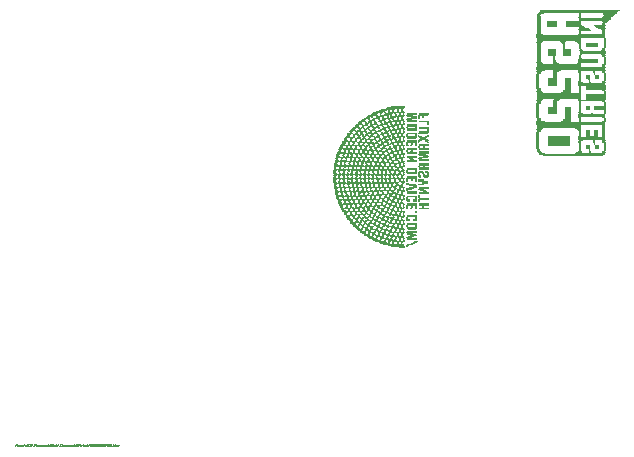
<source format=gbr>
G04 EAGLE Gerber X2 export*
%TF.Part,Single*%
%TF.FileFunction,Legend,Bot,1*%
%TF.FilePolarity,Positive*%
%TF.GenerationSoftware,Autodesk,EAGLE,9.0.0*%
%TF.CreationDate,2018-05-04T17:55:18Z*%
G75*
%MOMM*%
%FSLAX34Y34*%
%LPD*%
%AMOC8*
5,1,8,0,0,1.08239X$1,22.5*%
G01*
%ADD10R,0.441963X0.063500*%
%ADD11R,1.140463X0.063500*%
%ADD12R,0.124463X0.063500*%
%ADD13R,1.394463X0.063500*%
%ADD14R,0.254000X0.063500*%
%ADD15R,1.587500X0.063500*%
%ADD16R,0.378463X0.063500*%
%ADD17R,1.076963X0.063500*%
%ADD18R,0.190500X0.063500*%
%ADD19R,0.317500X0.063500*%
%ADD20R,0.891538X0.063500*%
%ADD21R,0.129537X0.063500*%
%ADD22R,0.066037X0.063500*%
%ADD23R,0.698500X0.063500*%
%ADD24R,0.381000X0.063500*%
%ADD25R,0.825500X0.063500*%
%ADD26R,0.063500X0.063500*%
%ADD27R,0.635000X0.063500*%
%ADD28R,1.016000X0.063500*%
%ADD29R,0.701037X0.063500*%
%ADD30R,0.762000X0.063500*%
%ADD31R,0.193038X0.063500*%
%ADD32R,0.508000X0.063500*%
%ADD33R,0.127000X0.063500*%
%ADD34R,0.060963X0.063500*%
%ADD35R,0.889000X0.063500*%
%ADD36R,0.571500X0.063500*%
%ADD37R,0.632463X0.063500*%
%ADD38R,0.383538X0.063500*%
%ADD39R,0.187963X0.063500*%
%ADD40R,0.568963X0.063500*%
%ADD41R,0.637537X0.063500*%
%ADD42R,1.143000X0.063500*%
%ADD43R,0.444500X0.063500*%
%ADD44R,0.447038X0.063500*%
%ADD45R,0.314963X0.063500*%
%ADD46R,1.018538X0.063500*%
%ADD47R,0.320038X0.063500*%
%ADD48R,0.574037X0.063500*%
%ADD49R,0.695963X0.063500*%
%ADD50R,0.949963X0.063500*%
%ADD51R,0.256538X0.063500*%
%ADD52R,0.251463X0.063500*%
%ADD53R,1.203963X0.063500*%
%ADD54R,0.955038X0.063500*%
%ADD55R,0.505463X0.063500*%
%ADD56R,1.209037X0.063500*%
%ADD57R,1.648463X0.063500*%
%ADD58R,2.413000X0.063500*%
%ADD59R,1.333500X0.063500*%
%ADD60R,2.603500X0.063500*%
%ADD61R,1.717037X0.063500*%
%ADD62R,3.807463X0.063500*%
%ADD63R,1.457963X0.063500*%
%ADD64R,4.886963X0.063500*%
%ADD65R,4.696462X0.063500*%
%ADD66R,1.397000X0.063500*%
%ADD67R,1.270000X0.063500*%
%ADD68R,5.778500X0.063500*%
%ADD69R,0.952500X0.063500*%
%ADD70R,4.762500X0.063500*%
%ADD71R,2.159000X0.063500*%
%ADD72R,2.288537X0.063500*%
%ADD73R,5.082537X0.063500*%
%ADD74R,5.334000X0.063500*%
%ADD75R,5.521962X0.063500*%
%ADD76R,2.730500X0.063500*%
%ADD77R,2.600963X0.063500*%
%ADD78R,1.902463X0.063500*%
%ADD79R,2.286000X0.063500*%
%ADD80R,0.759463X0.063500*%
%ADD81R,0.764538X0.063500*%
%ADD82R,3.746500X0.063500*%
%ADD83R,5.842000X0.063500*%
%ADD84R,1.079500X0.063500*%
%ADD85R,0.510537X0.063500*%
%ADD86R,1.714500X0.063500*%
%ADD87R,1.653538X0.063500*%
%ADD88R,0.828038X0.063500*%
%ADD89R,1.775463X0.063500*%
%ADD90R,1.711963X0.063500*%
%ADD91R,2.225038X0.063500*%
%ADD92R,0.886463X0.063500*%
%ADD93R,1.524000X0.063500*%
%ADD94R,2.540000X0.063500*%
%ADD95R,2.667000X0.063500*%
%ADD96R,2.727963X0.063500*%
%ADD97R,6.604000X0.063500*%
%ADD98R,6.601463X0.063500*%
%ADD99R,6.540500X0.063500*%
%ADD100C,0.000000*%


D10*
X327660Y164465D03*
D11*
X324168Y165100D03*
D12*
X331788Y165100D03*
D13*
X322898Y165735D03*
D14*
X332435Y165735D03*
D15*
X321323Y166370D03*
D16*
X333693Y166370D03*
D17*
X316230Y167005D03*
D12*
X324168Y167005D03*
D18*
X327673Y167005D03*
D19*
X335293Y167005D03*
D20*
X313373Y167640D03*
D21*
X320358Y167640D03*
D12*
X324168Y167640D03*
D22*
X327660Y167640D03*
D19*
X336537Y167640D03*
D23*
X311163Y168275D03*
D12*
X316548Y168275D03*
D21*
X320358Y168275D03*
D12*
X324168Y168275D03*
D21*
X327978Y168275D03*
D24*
X338150Y168275D03*
D25*
X309867Y168910D03*
D26*
X316852Y168910D03*
D21*
X320358Y168910D03*
D18*
X324498Y168910D03*
D14*
X327990Y168910D03*
X339395Y168910D03*
D27*
X307670Y169545D03*
D12*
X313373Y169545D03*
D21*
X317183Y169545D03*
D28*
X324790Y169545D03*
D12*
X340043Y169545D03*
D29*
X306705Y170180D03*
D12*
X313373Y170180D03*
D30*
X319735Y170180D03*
D31*
X325755Y170180D03*
D12*
X329248Y170180D03*
D32*
X304495Y170815D03*
D21*
X309563Y170815D03*
D18*
X313703Y170815D03*
D10*
X317500Y170815D03*
D18*
X321958Y170815D03*
D33*
X326085Y170815D03*
D34*
X329565Y170815D03*
D35*
X335610Y170815D03*
D36*
X303517Y171450D03*
D21*
X309563Y171450D03*
D16*
X314643Y171450D03*
D18*
X318122Y171450D03*
D21*
X322263Y171450D03*
D33*
X326085Y171450D03*
D34*
X329565Y171450D03*
D35*
X335610Y171450D03*
D37*
X303213Y172085D03*
D36*
X312433Y172085D03*
D12*
X318453Y172085D03*
D21*
X322263Y172085D03*
D33*
X326085Y172085D03*
D12*
X329248Y172085D03*
D35*
X335610Y172085D03*
D10*
X300990Y172720D03*
D21*
X306388Y172720D03*
D38*
X310833Y172720D03*
D21*
X314643Y172720D03*
D39*
X318770Y172720D03*
D31*
X322580Y172720D03*
D40*
X327025Y172720D03*
D10*
X333375Y172720D03*
D40*
X300355Y173355D03*
D41*
X308928Y173355D03*
D33*
X315290Y173355D03*
D42*
X323545Y173355D03*
D36*
X335267Y173355D03*
D16*
X298768Y173990D03*
D34*
X302895Y173990D03*
D19*
X307327Y173990D03*
D33*
X311480Y173990D03*
X315290Y173990D03*
D43*
X319392Y173990D03*
D39*
X323850Y173990D03*
D18*
X327673Y173990D03*
D44*
X337820Y173990D03*
X297815Y174625D03*
D12*
X303213Y174625D03*
D19*
X306718Y174625D03*
D33*
X311480Y174625D03*
D29*
X317500Y174625D03*
D12*
X324168Y174625D03*
D22*
X327660Y174625D03*
D36*
X337198Y174625D03*
D32*
X297510Y175260D03*
D45*
X304165Y175260D03*
D33*
X307670Y175260D03*
D23*
X314338Y175260D03*
D21*
X320358Y175260D03*
D12*
X324168Y175260D03*
D21*
X327978Y175260D03*
D30*
X335610Y175260D03*
D24*
X295605Y175895D03*
D33*
X299415Y175895D03*
D14*
X303860Y175895D03*
D12*
X308293Y175895D03*
D45*
X312420Y175895D03*
D18*
X316878Y175895D03*
D26*
X320688Y175895D03*
D12*
X324168Y175895D03*
D14*
X327990Y175895D03*
D36*
X334023Y175895D03*
D38*
X294958Y176530D03*
D36*
X302273Y176530D03*
D37*
X310833Y176530D03*
D21*
X317183Y176530D03*
D18*
X320662Y176530D03*
D30*
X326060Y176530D03*
D16*
X333058Y176530D03*
D43*
X294653Y177165D03*
D14*
X300685Y177165D03*
D21*
X304483Y177165D03*
D24*
X308940Y177165D03*
D12*
X313373Y177165D03*
D46*
X321628Y177165D03*
D12*
X329248Y177165D03*
D35*
X335610Y177165D03*
D32*
X294335Y177800D03*
D14*
X300685Y177800D03*
D12*
X305118Y177800D03*
D38*
X308293Y177800D03*
D12*
X313373Y177800D03*
D16*
X317818Y177800D03*
D18*
X321958Y177800D03*
D33*
X326085Y177800D03*
D34*
X329565Y177800D03*
D35*
X335610Y177800D03*
D38*
X292418Y178435D03*
D36*
X299098Y178435D03*
D19*
X306083Y178435D03*
D21*
X309563Y178435D03*
D37*
X315913Y178435D03*
D21*
X322263Y178435D03*
D33*
X326085Y178435D03*
D34*
X329565Y178435D03*
D38*
X291783Y179070D03*
D19*
X297828Y179070D03*
D21*
X301308Y179070D03*
D47*
X305435Y179070D03*
D33*
X310210Y179070D03*
D24*
X314020Y179070D03*
D12*
X318453Y179070D03*
D21*
X322263Y179070D03*
D33*
X326085Y179070D03*
D12*
X329248Y179070D03*
D32*
X291795Y179705D03*
D14*
X297510Y179705D03*
D48*
X304165Y179705D03*
D36*
X312433Y179705D03*
D12*
X318453Y179705D03*
D31*
X322580Y179705D03*
D32*
X327330Y179705D03*
D29*
X335915Y179705D03*
D19*
X290208Y180340D03*
D21*
X293688Y180340D03*
D14*
X297510Y180340D03*
X302565Y180340D03*
D21*
X306388Y180340D03*
D14*
X310845Y180340D03*
D26*
X314973Y180340D03*
D39*
X318770Y180340D03*
D25*
X325133Y180340D03*
X335928Y180340D03*
D47*
X289560Y180975D03*
D32*
X296240Y180975D03*
D14*
X302565Y180975D03*
D48*
X309245Y180975D03*
D33*
X315290Y180975D03*
D49*
X321310Y180975D03*
D18*
X327673Y180975D03*
D35*
X335610Y180975D03*
D38*
X289243Y181610D03*
D39*
X294640Y181610D03*
D36*
X300977Y181610D03*
D14*
X307645Y181610D03*
D33*
X311480Y181610D03*
D27*
X317830Y181610D03*
D12*
X324168Y181610D03*
D22*
X327660Y181610D03*
D39*
X332105Y181610D03*
D31*
X339090Y181610D03*
D43*
X288938Y182245D03*
D39*
X294640Y182245D03*
D14*
X299390Y182245D03*
D12*
X303213Y182245D03*
D19*
X307327Y182245D03*
D21*
X312103Y182245D03*
D38*
X315913Y182245D03*
D21*
X320358Y182245D03*
D12*
X324168Y182245D03*
D21*
X327978Y182245D03*
D39*
X332105Y182245D03*
D33*
X339420Y182245D03*
D19*
X287668Y182880D03*
D31*
X290830Y182880D03*
D14*
X294310Y182880D03*
X299390Y182880D03*
D36*
X306057Y182880D03*
X314312Y182880D03*
D21*
X320358Y182880D03*
D12*
X324168Y182880D03*
D18*
X327673Y182880D03*
D39*
X332105Y182880D03*
D31*
X339090Y182880D03*
D47*
X287020Y183515D03*
X292100Y183515D03*
D18*
X295288Y183515D03*
D45*
X299085Y183515D03*
D14*
X304470Y183515D03*
D12*
X308293Y183515D03*
D45*
X312420Y183515D03*
D26*
X316852Y183515D03*
D18*
X320662Y183515D03*
D49*
X326390Y183515D03*
D35*
X335610Y183515D03*
D19*
X286372Y184150D03*
D39*
X292100Y184150D03*
D14*
X296850Y184150D03*
D12*
X300038Y184150D03*
D14*
X303860Y184150D03*
D40*
X311150Y184150D03*
D21*
X317183Y184150D03*
D29*
X323215Y184150D03*
D12*
X329248Y184150D03*
D25*
X335928Y184150D03*
D43*
X286398Y184785D03*
D39*
X292100Y184785D03*
D31*
X296545Y184785D03*
D40*
X302895Y184785D03*
D14*
X309575Y184785D03*
D12*
X313373Y184785D03*
D41*
X319723Y184785D03*
D33*
X326085Y184785D03*
D34*
X329565Y184785D03*
D29*
X335915Y184785D03*
D50*
X288290Y185420D03*
D31*
X296545Y185420D03*
D14*
X301320Y185420D03*
D12*
X305118Y185420D03*
D14*
X308940Y185420D03*
D18*
X313703Y185420D03*
D16*
X317818Y185420D03*
D21*
X322263Y185420D03*
D33*
X326085Y185420D03*
D34*
X329565Y185420D03*
D14*
X284810Y186055D03*
D47*
X289560Y186055D03*
D18*
X292748Y186055D03*
D19*
X295923Y186055D03*
D18*
X301003Y186055D03*
D36*
X307353Y186055D03*
D16*
X314643Y186055D03*
D18*
X318122Y186055D03*
D21*
X322263Y186055D03*
D33*
X326085Y186055D03*
D34*
X329565Y186055D03*
D19*
X284493Y186690D03*
D39*
X289560Y186690D03*
D45*
X294005Y186690D03*
D36*
X299098Y186690D03*
D14*
X305765Y186690D03*
D33*
X310210Y186690D03*
D19*
X314338Y186690D03*
D12*
X318453Y186690D03*
D31*
X322580Y186690D03*
D14*
X326060Y186690D03*
D39*
X328930Y186690D03*
D14*
X333070Y186690D03*
D19*
X338468Y186690D03*
D38*
X284163Y187325D03*
D39*
X289560Y187325D03*
D31*
X294005Y187325D03*
D19*
X298463Y187325D03*
D21*
X301943Y187325D03*
D47*
X305435Y187325D03*
D36*
X312433Y187325D03*
D12*
X319088Y187325D03*
D25*
X325742Y187325D03*
D19*
X332753Y187325D03*
X338468Y187325D03*
D43*
X283858Y187960D03*
D14*
X289230Y187960D03*
D18*
X293383Y187960D03*
X298463Y187960D03*
D32*
X304495Y187960D03*
D19*
X311163Y187960D03*
D33*
X315290Y187960D03*
D37*
X321628Y187960D03*
D18*
X327673Y187960D03*
D19*
X332753Y187960D03*
D51*
X338773Y187960D03*
D19*
X282588Y188595D03*
D48*
X288290Y188595D03*
D19*
X293383Y188595D03*
D14*
X298145Y188595D03*
D39*
X302895Y188595D03*
D21*
X307023Y188595D03*
D47*
X310515Y188595D03*
D33*
X315290Y188595D03*
D19*
X319418Y188595D03*
D39*
X323850Y188595D03*
D22*
X327660Y188595D03*
D39*
X332105Y188595D03*
D33*
X339420Y188595D03*
D14*
X282270Y189230D03*
D39*
X287020Y189230D03*
D19*
X291452Y189230D03*
D36*
X296558Y189230D03*
D14*
X302565Y189230D03*
D47*
X307975Y189230D03*
D33*
X311480Y189230D03*
D27*
X317830Y189230D03*
D12*
X324168Y189230D03*
D21*
X327978Y189230D03*
D39*
X332105Y189230D03*
D33*
X339420Y189230D03*
D19*
X281953Y189865D03*
D39*
X287020Y189865D03*
D21*
X291148Y189865D03*
D14*
X295605Y189865D03*
D31*
X299085Y189865D03*
D38*
X302578Y189865D03*
D14*
X307645Y189865D03*
D21*
X312103Y189865D03*
D38*
X315913Y189865D03*
D21*
X320358Y189865D03*
D12*
X324168Y189865D03*
D14*
X327990Y189865D03*
D39*
X332105Y189865D03*
D31*
X339090Y189865D03*
D38*
X281623Y190500D03*
D14*
X286690Y190500D03*
D21*
X291148Y190500D03*
D18*
X295923Y190500D03*
D14*
X300685Y190500D03*
D21*
X303848Y190500D03*
D14*
X307645Y190500D03*
D36*
X314312Y190500D03*
D26*
X320688Y190500D03*
D49*
X326390Y190500D03*
D35*
X335610Y190500D03*
D20*
X284163Y191135D03*
D31*
X290830Y191135D03*
D18*
X295288Y191135D03*
D39*
X300355Y191135D03*
D14*
X305105Y191135D03*
D12*
X308293Y191135D03*
D14*
X312725Y191135D03*
D21*
X317183Y191135D03*
D30*
X323520Y191135D03*
D12*
X329248Y191135D03*
D25*
X335928Y191135D03*
D14*
X280365Y191770D03*
X284810Y191770D03*
D36*
X290182Y191770D03*
D19*
X295288Y191770D03*
D52*
X300038Y191770D03*
D18*
X304787Y191770D03*
D40*
X311150Y191770D03*
D21*
X317183Y191770D03*
D44*
X321310Y191770D03*
D31*
X325755Y191770D03*
D34*
X329565Y191770D03*
D14*
X279730Y192405D03*
D12*
X284798Y192405D03*
D18*
X288912Y192405D03*
D19*
X293383Y192405D03*
D31*
X296545Y192405D03*
D19*
X299707Y192405D03*
D18*
X304787Y192405D03*
D45*
X309880Y192405D03*
D12*
X313373Y192405D03*
D19*
X318122Y192405D03*
D18*
X321958Y192405D03*
D33*
X326085Y192405D03*
D34*
X329565Y192405D03*
D14*
X279730Y193040D03*
D39*
X284480Y193040D03*
D18*
X288912Y193040D03*
X293383Y193040D03*
D14*
X297510Y193040D03*
D32*
X303200Y193040D03*
D14*
X309575Y193040D03*
D33*
X314020Y193040D03*
D45*
X317500Y193040D03*
D21*
X322263Y193040D03*
D33*
X326085Y193040D03*
D34*
X329565Y193040D03*
D24*
X279730Y193675D03*
D39*
X284480Y193675D03*
D18*
X288912Y193675D03*
D33*
X293065Y193675D03*
D12*
X297498Y193675D03*
D14*
X301930Y193675D03*
D12*
X305753Y193675D03*
D19*
X309258Y193675D03*
D45*
X314960Y193675D03*
D12*
X318453Y193675D03*
D21*
X322263Y193675D03*
D39*
X326390Y193675D03*
D12*
X329248Y193675D03*
D31*
X339090Y193675D03*
D53*
X283845Y194310D03*
D14*
X293065Y194310D03*
D39*
X297180Y194310D03*
D21*
X301943Y194310D03*
D51*
X307023Y194310D03*
D33*
X310210Y194310D03*
D14*
X314655Y194310D03*
D34*
X318770Y194310D03*
D25*
X325742Y194310D03*
D31*
X339090Y194310D03*
D14*
X278435Y194945D03*
X282905Y194945D03*
D54*
X290195Y194945D03*
D47*
X297180Y194945D03*
D31*
X301625Y194945D03*
X306705Y194945D03*
D36*
X313068Y194945D03*
D12*
X319088Y194945D03*
D43*
X323228Y194945D03*
D18*
X327673Y194945D03*
D33*
X339420Y194945D03*
D45*
X278130Y195580D03*
D21*
X282893Y195580D03*
D12*
X286703Y195580D03*
D31*
X290830Y195580D03*
D19*
X295288Y195580D03*
D40*
X300355Y195580D03*
D14*
X306400Y195580D03*
X311480Y195580D03*
D33*
X315290Y195580D03*
D16*
X320358Y195580D03*
D39*
X323850Y195580D03*
D22*
X327660Y195580D03*
D14*
X277825Y196215D03*
D21*
X282893Y196215D03*
D12*
X286703Y196215D03*
D31*
X290830Y196215D03*
D18*
X295288Y196215D03*
D14*
X299390Y196215D03*
D36*
X304813Y196215D03*
D14*
X311480Y196215D03*
D12*
X315913Y196215D03*
D38*
X319088Y196215D03*
D12*
X324168Y196215D03*
D22*
X327660Y196215D03*
D16*
X277813Y196850D03*
D18*
X282588Y196850D03*
X286372Y196850D03*
D31*
X290830Y196850D03*
D12*
X294958Y196850D03*
D39*
X299720Y196850D03*
D14*
X303860Y196850D03*
D33*
X307670Y196850D03*
D38*
X310833Y196850D03*
D14*
X316560Y196850D03*
D21*
X320358Y196850D03*
D12*
X324168Y196850D03*
D14*
X327990Y196850D03*
D39*
X332105Y196850D03*
D33*
X339420Y196850D03*
D35*
X345770Y196850D03*
D25*
X280048Y197485D03*
D29*
X288290Y197485D03*
D14*
X294970Y197485D03*
D31*
X299085Y197485D03*
D18*
X303543Y197485D03*
D19*
X308623Y197485D03*
D21*
X312103Y197485D03*
D52*
X315913Y197485D03*
D26*
X320688Y197485D03*
D18*
X324498Y197485D03*
D16*
X327978Y197485D03*
D39*
X332105Y197485D03*
D21*
X335598Y197485D03*
D33*
X339420Y197485D03*
D35*
X345770Y197485D03*
D14*
X276555Y198120D03*
X280975Y198120D03*
D19*
X285128Y198120D03*
D20*
X291783Y198120D03*
D45*
X299085Y198120D03*
D18*
X303543Y198120D03*
D14*
X308305Y198120D03*
D55*
X314643Y198120D03*
D12*
X320993Y198120D03*
D10*
X325120Y198120D03*
D39*
X328930Y198120D03*
X332105Y198120D03*
D31*
X335915Y198120D03*
D33*
X339420Y198120D03*
D18*
X345453Y198120D03*
D14*
X276555Y198755D03*
D33*
X281000Y198755D03*
D12*
X284798Y198755D03*
D18*
X288912Y198755D03*
D14*
X293065Y198755D03*
D54*
X300355Y198755D03*
D14*
X308305Y198755D03*
X313385Y198755D03*
D21*
X317183Y198755D03*
D38*
X321628Y198755D03*
D31*
X325755Y198755D03*
D34*
X329565Y198755D03*
D39*
X332105Y198755D03*
D31*
X335915Y198755D03*
D33*
X339420Y198755D03*
D18*
X345453Y198755D03*
D47*
X276225Y199390D03*
D33*
X281000Y199390D03*
D12*
X284798Y199390D03*
D21*
X288608Y199390D03*
D33*
X293065Y199390D03*
D39*
X297180Y199390D03*
D14*
X301320Y199390D03*
D32*
X307035Y199390D03*
D14*
X312725Y199390D03*
D31*
X317500Y199390D03*
D38*
X320993Y199390D03*
D33*
X326085Y199390D03*
D34*
X329565Y199390D03*
D39*
X332105Y199390D03*
D31*
X335915Y199390D03*
X339090Y199390D03*
D18*
X345453Y199390D03*
D47*
X276225Y200025D03*
D31*
X280670Y200025D03*
D12*
X284798Y200025D03*
D21*
X288608Y200025D03*
D18*
X292748Y200025D03*
D33*
X296875Y200025D03*
D21*
X301308Y200025D03*
D14*
X305765Y200025D03*
D21*
X309563Y200025D03*
D45*
X312420Y200025D03*
D19*
X318122Y200025D03*
D21*
X322263Y200025D03*
D33*
X326085Y200025D03*
D34*
X329565Y200025D03*
D35*
X335610Y200025D03*
X345770Y200025D03*
D56*
X280035Y200660D03*
D14*
X288595Y200660D03*
D19*
X292748Y200660D03*
D39*
X297180Y200660D03*
D21*
X301308Y200660D03*
D39*
X305435Y200660D03*
X310515Y200660D03*
D33*
X314020Y200660D03*
D45*
X317500Y200660D03*
D21*
X322263Y200660D03*
D33*
X326085Y200660D03*
D12*
X329248Y200660D03*
D35*
X335610Y200660D03*
X345770Y200660D03*
D51*
X275273Y201295D03*
D19*
X279413Y201295D03*
D57*
X289878Y201295D03*
D14*
X301320Y201295D03*
D39*
X305435Y201295D03*
X310515Y201295D03*
D32*
X316535Y201295D03*
D31*
X322580Y201295D03*
D40*
X327025Y201295D03*
D25*
X335928Y201295D03*
D35*
X345770Y201295D03*
D51*
X275273Y201930D03*
D12*
X279083Y201930D03*
D31*
X283210Y201930D03*
D39*
X287020Y201930D03*
D31*
X290830Y201930D03*
D14*
X294970Y201930D03*
D45*
X299085Y201930D03*
D48*
X304165Y201930D03*
D31*
X309880Y201930D03*
X314960Y201930D03*
D12*
X319088Y201930D03*
D38*
X323533Y201930D03*
D14*
X327355Y201930D03*
X274650Y202565D03*
D34*
X279400Y202565D03*
D26*
X283223Y202565D03*
D34*
X287020Y202565D03*
D21*
X291148Y202565D03*
D12*
X294958Y202565D03*
D31*
X299085Y202565D03*
D14*
X303225Y202565D03*
D36*
X308597Y202565D03*
D14*
X314655Y202565D03*
D37*
X321628Y202565D03*
D21*
X327978Y202565D03*
D14*
X274650Y203200D03*
D12*
X279083Y203200D03*
D21*
X282893Y203200D03*
D12*
X286703Y203200D03*
D21*
X291148Y203200D03*
D12*
X294958Y203200D03*
D21*
X298768Y203200D03*
D39*
X302895Y203200D03*
D31*
X307340Y203200D03*
D32*
X313385Y203200D03*
D45*
X320040Y203200D03*
D12*
X324168Y203200D03*
D22*
X327660Y203200D03*
D14*
X333070Y203200D03*
D19*
X338468Y203200D03*
D33*
X341960Y203200D03*
D16*
X275273Y203835D03*
D27*
X281000Y203835D03*
D14*
X286690Y203835D03*
D31*
X290830Y203835D03*
D14*
X294970Y203835D03*
D31*
X299085Y203835D03*
D39*
X302895Y203835D03*
D31*
X307340Y203835D03*
D14*
X312115Y203835D03*
D12*
X315913Y203835D03*
D19*
X319418Y203835D03*
D12*
X324168Y203835D03*
D21*
X327978Y203835D03*
D19*
X332753Y203835D03*
X338468Y203835D03*
D33*
X341960Y203835D03*
D58*
X284810Y204470D03*
D14*
X298780Y204470D03*
D47*
X302895Y204470D03*
D31*
X307340Y204470D03*
D18*
X311798Y204470D03*
D19*
X316878Y204470D03*
D21*
X320358Y204470D03*
D18*
X324498Y204470D03*
D16*
X327978Y204470D03*
D19*
X332753Y204470D03*
D51*
X338773Y204470D03*
D39*
X342265Y204470D03*
D14*
X274015Y205105D03*
D31*
X278130Y205105D03*
D14*
X281635Y205105D03*
X285445Y205105D03*
X289230Y205105D03*
X293065Y205105D03*
D59*
X302247Y205105D03*
D18*
X311798Y205105D03*
D14*
X316560Y205105D03*
D12*
X320993Y205105D03*
D37*
X326708Y205105D03*
D39*
X332105Y205105D03*
D33*
X339420Y205105D03*
D35*
X345770Y205105D03*
D14*
X273355Y205740D03*
D26*
X278143Y205740D03*
D12*
X281623Y205740D03*
D21*
X285433Y205740D03*
D12*
X289243Y205740D03*
D33*
X293065Y205740D03*
D39*
X297180Y205740D03*
D18*
X301003Y205740D03*
D14*
X305105Y205740D03*
D36*
X310528Y205740D03*
D14*
X316560Y205740D03*
D27*
X323545Y205740D03*
D12*
X329248Y205740D03*
D39*
X332105Y205740D03*
D33*
X339420Y205740D03*
D35*
X345770Y205740D03*
D14*
X273355Y206375D03*
D21*
X277813Y206375D03*
D12*
X281623Y206375D03*
D21*
X285433Y206375D03*
D12*
X289243Y206375D03*
D33*
X293065Y206375D03*
X296875Y206375D03*
D18*
X301003Y206375D03*
D12*
X305118Y206375D03*
D18*
X309258Y206375D03*
D36*
X314973Y206375D03*
D19*
X321958Y206375D03*
D31*
X325755Y206375D03*
D34*
X329565Y206375D03*
D39*
X332105Y206375D03*
D31*
X339090Y206375D03*
D39*
X342265Y206375D03*
D47*
X273685Y207010D03*
D31*
X278130Y207010D03*
D12*
X281623Y207010D03*
D21*
X285433Y207010D03*
D12*
X289243Y207010D03*
D33*
X293065Y207010D03*
D39*
X297180Y207010D03*
D18*
X301003Y207010D03*
D12*
X305118Y207010D03*
D18*
X309258Y207010D03*
D14*
X314020Y207010D03*
D21*
X317818Y207010D03*
D47*
X321310Y207010D03*
D33*
X326085Y207010D03*
D34*
X329565Y207010D03*
D35*
X335610Y207010D03*
D33*
X341960Y207010D03*
D60*
X285102Y207645D03*
D18*
X301003Y207645D03*
X304787Y207645D03*
X309258Y207645D03*
X313703Y207645D03*
D47*
X318770Y207645D03*
D21*
X322263Y207645D03*
D33*
X326085Y207645D03*
D12*
X329248Y207645D03*
D25*
X335928Y207645D03*
D33*
X341960Y207645D03*
D19*
X273037Y208280D03*
X276873Y208280D03*
D45*
X280670Y208280D03*
D52*
X284163Y208280D03*
D14*
X287985Y208280D03*
D61*
X298450Y208280D03*
D19*
X309258Y208280D03*
D18*
X313703Y208280D03*
D14*
X318440Y208280D03*
D21*
X322898Y208280D03*
D10*
X327660Y208280D03*
D33*
X341960Y208280D03*
D14*
X272720Y208915D03*
D18*
X276873Y208915D03*
D31*
X280670Y208915D03*
D12*
X284163Y208915D03*
D21*
X287973Y208915D03*
D31*
X291465Y208915D03*
D18*
X295288Y208915D03*
D31*
X299085Y208915D03*
D14*
X303225Y208915D03*
D54*
X310515Y208915D03*
D19*
X318122Y208915D03*
D41*
X325438Y208915D03*
D31*
X272415Y209550D03*
D34*
X276860Y209550D03*
D26*
X280683Y209550D03*
D12*
X284163Y209550D03*
D21*
X287973Y209550D03*
D33*
X291795Y209550D03*
X295605Y209550D03*
X299415Y209550D03*
D12*
X303213Y209550D03*
D21*
X307023Y209550D03*
D18*
X311163Y209550D03*
D55*
X317183Y209550D03*
D14*
X323520Y209550D03*
D18*
X327673Y209550D03*
D35*
X345770Y209550D03*
D14*
X272720Y210185D03*
D18*
X276873Y210185D03*
D21*
X280353Y210185D03*
D12*
X284163Y210185D03*
D21*
X287973Y210185D03*
D31*
X291465Y210185D03*
D18*
X295288Y210185D03*
D33*
X299415Y210185D03*
D12*
X303213Y210185D03*
D21*
X307023Y210185D03*
D33*
X311480Y210185D03*
D39*
X315595Y210185D03*
D36*
X321932Y210185D03*
D21*
X327978Y210185D03*
D35*
X335610Y210185D03*
X345770Y210185D03*
D16*
X272733Y210820D03*
D14*
X276555Y210820D03*
X280365Y210820D03*
D52*
X284163Y210820D03*
D14*
X287985Y210820D03*
D29*
X293370Y210820D03*
D31*
X299085Y210820D03*
D39*
X302895Y210820D03*
D31*
X307340Y210820D03*
D18*
X311163Y210820D03*
D39*
X315595Y210820D03*
D19*
X320662Y210820D03*
D12*
X324168Y210820D03*
D21*
X327978Y210820D03*
D35*
X335610Y210820D03*
X345770Y210820D03*
D62*
X289878Y211455D03*
D14*
X310845Y211455D03*
D39*
X315595Y211455D03*
D14*
X320345Y211455D03*
D18*
X324498Y211455D03*
D45*
X328295Y211455D03*
D25*
X335928Y211455D03*
D16*
X347028Y211455D03*
D14*
X272110Y212090D03*
D39*
X276225Y212090D03*
D18*
X279413Y212090D03*
D31*
X283210Y212090D03*
D39*
X287020Y212090D03*
D14*
X290525Y212090D03*
X294310Y212090D03*
D18*
X297828Y212090D03*
D14*
X301930Y212090D03*
D47*
X305435Y212090D03*
D50*
X312420Y212090D03*
D14*
X319735Y212090D03*
D40*
X327025Y212090D03*
D24*
X345770Y212090D03*
D18*
X271793Y212725D03*
D33*
X275920Y212725D03*
D34*
X279400Y212725D03*
D33*
X283540Y212725D03*
D12*
X286703Y212725D03*
D21*
X290513Y212725D03*
D33*
X294335Y212725D03*
X298145Y212725D03*
D31*
X301625Y212725D03*
D39*
X305435Y212725D03*
D18*
X309258Y212725D03*
D14*
X313385Y212725D03*
D40*
X318770Y212725D03*
D19*
X325133Y212725D03*
D12*
X329248Y212725D03*
D39*
X332105Y212725D03*
D24*
X344500Y212725D03*
D18*
X271793Y213360D03*
D33*
X275920Y213360D03*
D34*
X279400Y213360D03*
D26*
X283223Y213360D03*
D12*
X286703Y213360D03*
D21*
X290513Y213360D03*
D33*
X294335Y213360D03*
D34*
X297815Y213360D03*
D22*
X301625Y213360D03*
D39*
X305435Y213360D03*
D22*
X309245Y213360D03*
D12*
X313373Y213360D03*
D31*
X317500Y213360D03*
D12*
X321628Y213360D03*
D24*
X324815Y213360D03*
D34*
X329565Y213360D03*
D10*
X333375Y213360D03*
X343535Y213360D03*
D19*
X271793Y213995D03*
D33*
X275920Y213995D03*
D18*
X279413Y213995D03*
D31*
X283210Y213995D03*
D39*
X287020Y213995D03*
D21*
X290513Y213995D03*
D33*
X294335Y213995D03*
D18*
X297828Y213995D03*
D31*
X301625Y213995D03*
D39*
X305435Y213995D03*
D18*
X309258Y213995D03*
D12*
X313373Y213995D03*
D31*
X317500Y213995D03*
D14*
X322275Y213995D03*
D33*
X326085Y213995D03*
D34*
X329565Y213995D03*
D37*
X334328Y213995D03*
D35*
X345770Y213995D03*
D63*
X277495Y214630D03*
D47*
X287020Y214630D03*
D14*
X290525Y214630D03*
X294310Y214630D03*
D19*
X297828Y214630D03*
D45*
X301625Y214630D03*
D47*
X305435Y214630D03*
D19*
X309258Y214630D03*
D39*
X313055Y214630D03*
D31*
X317500Y214630D03*
D18*
X321958Y214630D03*
D33*
X326085Y214630D03*
D12*
X329248Y214630D03*
D27*
X336880Y214630D03*
D35*
X345770Y214630D03*
D64*
X294640Y215265D03*
D14*
X321640Y215265D03*
D10*
X327660Y215265D03*
D24*
X338150Y215265D03*
D14*
X271475Y215900D03*
D21*
X275273Y215900D03*
D39*
X278765Y215900D03*
D18*
X282588Y215900D03*
D21*
X286068Y215900D03*
D39*
X289560Y215900D03*
D18*
X293383Y215900D03*
D39*
X297180Y215900D03*
X300355Y215900D03*
D31*
X304165Y215900D03*
D39*
X307975Y215900D03*
D18*
X311798Y215900D03*
D52*
X315913Y215900D03*
D36*
X320688Y215900D03*
D19*
X327038Y215900D03*
D24*
X338150Y215900D03*
D39*
X271145Y216535D03*
D21*
X275273Y216535D03*
D26*
X278778Y216535D03*
D22*
X282575Y216535D03*
D21*
X286068Y216535D03*
D12*
X289878Y216535D03*
D33*
X293065Y216535D03*
X296875Y216535D03*
D12*
X300673Y216535D03*
D21*
X303848Y216535D03*
D33*
X307670Y216535D03*
X311480Y216535D03*
D39*
X315595Y216535D03*
D18*
X319418Y216535D03*
D41*
X325438Y216535D03*
D29*
X336550Y216535D03*
D39*
X271145Y217170D03*
D21*
X275273Y217170D03*
D26*
X278778Y217170D03*
D22*
X282575Y217170D03*
D21*
X286068Y217170D03*
D12*
X289878Y217170D03*
D33*
X293065Y217170D03*
X296875Y217170D03*
D12*
X300673Y217170D03*
D21*
X303848Y217170D03*
D33*
X307670Y217170D03*
X311480Y217170D03*
X315290Y217170D03*
D18*
X319418Y217170D03*
D14*
X324180Y217170D03*
D18*
X327673Y217170D03*
D25*
X335293Y217170D03*
D32*
X343865Y217170D03*
D14*
X271475Y217805D03*
D31*
X274955Y217805D03*
D39*
X278765Y217805D03*
D14*
X282270Y217805D03*
D31*
X285750Y217805D03*
D14*
X289890Y217805D03*
D18*
X292748Y217805D03*
D33*
X296875Y217805D03*
D39*
X300355Y217805D03*
D31*
X304165Y217805D03*
D39*
X307975Y217805D03*
D18*
X311798Y217805D03*
D39*
X315595Y217805D03*
D18*
X319418Y217805D03*
D39*
X323850Y217805D03*
D21*
X327978Y217805D03*
D36*
X334023Y217805D03*
D32*
X343865Y217805D03*
D65*
X293688Y218440D03*
D19*
X319418Y218440D03*
D14*
X323520Y218440D03*
D31*
X328295Y218440D03*
D14*
X332435Y218440D03*
D36*
X347358Y218440D03*
D47*
X271145Y219075D03*
D37*
X276543Y219075D03*
D66*
X287350Y219075D03*
D37*
X298133Y219075D03*
D28*
X307035Y219075D03*
D67*
X319100Y219075D03*
D45*
X328295Y219075D03*
D36*
X347358Y219075D03*
D14*
X270815Y219710D03*
D21*
X274638Y219710D03*
D33*
X278460Y219710D03*
X282270Y219710D03*
D21*
X285433Y219710D03*
D12*
X289243Y219710D03*
D18*
X292748Y219710D03*
D21*
X296228Y219710D03*
D12*
X300038Y219710D03*
X303213Y219710D03*
D21*
X307023Y219710D03*
D12*
X310833Y219710D03*
D33*
X314020Y219710D03*
D21*
X317818Y219710D03*
D18*
X321958Y219710D03*
D32*
X327330Y219710D03*
D36*
X347358Y219710D03*
D14*
X270815Y220345D03*
D22*
X274955Y220345D03*
D33*
X278460Y220345D03*
D34*
X281940Y220345D03*
D21*
X285433Y220345D03*
D26*
X288938Y220345D03*
D34*
X292735Y220345D03*
D26*
X296558Y220345D03*
X299733Y220345D03*
X303517Y220345D03*
D21*
X307023Y220345D03*
D12*
X310833Y220345D03*
D22*
X314325Y220345D03*
D21*
X317818Y220345D03*
D12*
X321628Y220345D03*
D31*
X325755Y220345D03*
D34*
X329565Y220345D03*
D39*
X332105Y220345D03*
D33*
X339420Y220345D03*
D32*
X343865Y220345D03*
D14*
X270815Y220980D03*
D22*
X274955Y220980D03*
D33*
X278460Y220980D03*
D34*
X281940Y220980D03*
D21*
X285433Y220980D03*
D12*
X289243Y220980D03*
D34*
X292735Y220980D03*
D21*
X296228Y220980D03*
D26*
X299733Y220980D03*
X303517Y220980D03*
D21*
X307023Y220980D03*
D12*
X310833Y220980D03*
D33*
X314020Y220980D03*
D21*
X317818Y220980D03*
D12*
X321628Y220980D03*
D31*
X325755Y220980D03*
D34*
X329565Y220980D03*
D39*
X332105Y220980D03*
D31*
X335915Y220980D03*
D33*
X339420Y220980D03*
D32*
X343865Y220980D03*
D47*
X271145Y221615D03*
D31*
X274955Y221615D03*
D14*
X278435Y221615D03*
X282270Y221615D03*
X285445Y221615D03*
X289230Y221615D03*
D18*
X292748Y221615D03*
D14*
X296240Y221615D03*
D39*
X299720Y221615D03*
D14*
X303225Y221615D03*
D51*
X307023Y221615D03*
D39*
X310515Y221615D03*
D14*
X314020Y221615D03*
X317805Y221615D03*
D39*
X321310Y221615D03*
D14*
X325450Y221615D03*
D34*
X329565Y221615D03*
D39*
X332105Y221615D03*
D31*
X335915Y221615D03*
D33*
X339420Y221615D03*
D10*
X343535Y221615D03*
D68*
X298437Y222250D03*
D12*
X329248Y222250D03*
D39*
X332105Y222250D03*
D31*
X335915Y222250D03*
D33*
X339420Y222250D03*
D47*
X271145Y222885D03*
D14*
X274650Y222885D03*
X278435Y222885D03*
D19*
X281953Y222885D03*
D14*
X285445Y222885D03*
D19*
X288912Y222885D03*
D14*
X292430Y222885D03*
X296240Y222885D03*
X299390Y222885D03*
X303225Y222885D03*
D31*
X306705Y222885D03*
D14*
X310185Y222885D03*
D18*
X313703Y222885D03*
D14*
X317195Y222885D03*
X320980Y222885D03*
X324180Y222885D03*
X327990Y222885D03*
D35*
X335610Y222885D03*
D14*
X270815Y223520D03*
D21*
X274638Y223520D03*
D33*
X278460Y223520D03*
D18*
X281953Y223520D03*
D21*
X285433Y223520D03*
D18*
X288912Y223520D03*
D12*
X292418Y223520D03*
D21*
X296228Y223520D03*
D33*
X299415Y223520D03*
D12*
X303213Y223520D03*
D21*
X306388Y223520D03*
D33*
X310210Y223520D03*
D34*
X313690Y223520D03*
D21*
X317183Y223520D03*
D12*
X320993Y223520D03*
X324168Y223520D03*
D21*
X327978Y223520D03*
D35*
X335610Y223520D03*
D18*
X342913Y223520D03*
D38*
X347663Y223520D03*
D18*
X270497Y224155D03*
D21*
X274638Y224155D03*
D33*
X278460Y224155D03*
D34*
X281940Y224155D03*
D22*
X285750Y224155D03*
D12*
X289243Y224155D03*
D34*
X292735Y224155D03*
D21*
X296228Y224155D03*
D26*
X299733Y224155D03*
D12*
X303213Y224155D03*
D22*
X306705Y224155D03*
D33*
X310210Y224155D03*
D34*
X313690Y224155D03*
D21*
X317183Y224155D03*
D26*
X320688Y224155D03*
D34*
X324485Y224155D03*
D21*
X327978Y224155D03*
D35*
X335610Y224155D03*
D14*
X342595Y224155D03*
D32*
X347675Y224155D03*
D14*
X270815Y224790D03*
D21*
X274638Y224790D03*
D33*
X278460Y224790D03*
D12*
X281623Y224790D03*
D21*
X285433Y224790D03*
D12*
X289243Y224790D03*
X292418Y224790D03*
D21*
X296228Y224790D03*
D26*
X299733Y224790D03*
D12*
X303213Y224790D03*
D21*
X306388Y224790D03*
D33*
X310210Y224790D03*
X314020Y224790D03*
D21*
X317183Y224790D03*
D12*
X320993Y224790D03*
X324168Y224790D03*
D21*
X327978Y224790D03*
D14*
X342595Y224790D03*
D32*
X347675Y224790D03*
D47*
X271145Y225425D03*
D14*
X274650Y225425D03*
X278435Y225425D03*
X281635Y225425D03*
X285445Y225425D03*
D18*
X288912Y225425D03*
D14*
X292430Y225425D03*
X296240Y225425D03*
X299390Y225425D03*
X303225Y225425D03*
D19*
X306718Y225425D03*
D14*
X310185Y225425D03*
X314020Y225425D03*
X317195Y225425D03*
X320980Y225425D03*
X324180Y225425D03*
X327990Y225425D03*
D33*
X341960Y225425D03*
X345770Y225425D03*
D31*
X349250Y225425D03*
D68*
X298437Y226060D03*
D12*
X329248Y226060D03*
D33*
X341960Y226060D03*
X345770Y226060D03*
D31*
X349250Y226060D03*
D47*
X271145Y226695D03*
D31*
X274955Y226695D03*
D14*
X278435Y226695D03*
D18*
X281953Y226695D03*
D14*
X285445Y226695D03*
X289230Y226695D03*
D18*
X292748Y226695D03*
D14*
X296240Y226695D03*
D39*
X299720Y226695D03*
D18*
X303543Y226695D03*
D31*
X307340Y226695D03*
D39*
X310515Y226695D03*
D18*
X314338Y226695D03*
X318122Y226695D03*
D14*
X321640Y226695D03*
X325450Y226695D03*
D34*
X329565Y226695D03*
D25*
X335928Y226695D03*
D33*
X341960Y226695D03*
D18*
X345453Y226695D03*
D31*
X349250Y226695D03*
D14*
X270815Y227330D03*
D22*
X274955Y227330D03*
D33*
X278460Y227330D03*
D34*
X281940Y227330D03*
D21*
X285433Y227330D03*
D12*
X289243Y227330D03*
D34*
X292735Y227330D03*
D21*
X296228Y227330D03*
D26*
X299733Y227330D03*
D12*
X303213Y227330D03*
D21*
X307023Y227330D03*
D12*
X310833Y227330D03*
D33*
X314020Y227330D03*
D21*
X317818Y227330D03*
D12*
X321628Y227330D03*
D31*
X325755Y227330D03*
D34*
X329565Y227330D03*
D35*
X335610Y227330D03*
D32*
X343865Y227330D03*
D19*
X348628Y227330D03*
D14*
X270815Y227965D03*
D22*
X274955Y227965D03*
D33*
X278460Y227965D03*
D34*
X281940Y227965D03*
D21*
X285433Y227965D03*
D26*
X288938Y227965D03*
D34*
X292735Y227965D03*
D22*
X295910Y227965D03*
D26*
X299733Y227965D03*
X303517Y227965D03*
D21*
X307023Y227965D03*
D12*
X310833Y227965D03*
D22*
X314325Y227965D03*
D21*
X317818Y227965D03*
D12*
X321628Y227965D03*
D31*
X325755Y227965D03*
D12*
X329248Y227965D03*
D39*
X332105Y227965D03*
D31*
X339090Y227965D03*
D32*
X343865Y227965D03*
D19*
X348628Y227965D03*
D14*
X270815Y228600D03*
D21*
X274638Y228600D03*
D33*
X278460Y228600D03*
X282270Y228600D03*
D21*
X285433Y228600D03*
D12*
X289243Y228600D03*
X292418Y228600D03*
D21*
X296228Y228600D03*
D12*
X300038Y228600D03*
X303213Y228600D03*
D21*
X307023Y228600D03*
D39*
X310515Y228600D03*
D33*
X314020Y228600D03*
D21*
X317818Y228600D03*
D12*
X321628Y228600D03*
D40*
X327025Y228600D03*
D39*
X332105Y228600D03*
D33*
X339420Y228600D03*
D16*
X343853Y228600D03*
D14*
X348310Y228600D03*
D47*
X271145Y229235D03*
D37*
X276543Y229235D03*
D14*
X282270Y229235D03*
D45*
X285750Y229235D03*
D41*
X291148Y229235D03*
D59*
X301638Y229235D03*
D47*
X310515Y229235D03*
D14*
X314020Y229235D03*
D69*
X320688Y229235D03*
D45*
X328295Y229235D03*
D39*
X332105Y229235D03*
D31*
X339090Y229235D03*
D70*
X293357Y229870D03*
D19*
X319418Y229870D03*
D14*
X323520Y229870D03*
D31*
X328295Y229870D03*
D35*
X335610Y229870D03*
D14*
X271475Y230505D03*
D51*
X275273Y230505D03*
D39*
X278765Y230505D03*
D18*
X282588Y230505D03*
D21*
X286068Y230505D03*
D39*
X289560Y230505D03*
D18*
X293383Y230505D03*
D33*
X296875Y230505D03*
D39*
X300355Y230505D03*
D31*
X304165Y230505D03*
D39*
X307975Y230505D03*
D18*
X311798Y230505D03*
D39*
X315595Y230505D03*
D18*
X319418Y230505D03*
D39*
X323850Y230505D03*
D26*
X328308Y230505D03*
D35*
X335610Y230505D03*
D25*
X346088Y230505D03*
D39*
X271145Y231140D03*
D21*
X275273Y231140D03*
D26*
X278778Y231140D03*
D22*
X282575Y231140D03*
D21*
X286068Y231140D03*
D34*
X289560Y231140D03*
D33*
X293065Y231140D03*
X296875Y231140D03*
D12*
X300673Y231140D03*
D21*
X303848Y231140D03*
D33*
X307670Y231140D03*
X311480Y231140D03*
X315290Y231140D03*
D18*
X319418Y231140D03*
D39*
X323850Y231140D03*
D21*
X327978Y231140D03*
D25*
X335928Y231140D03*
D35*
X345770Y231140D03*
D39*
X271145Y231775D03*
D21*
X275273Y231775D03*
D12*
X279083Y231775D03*
D22*
X282575Y231775D03*
D21*
X286068Y231775D03*
D34*
X289560Y231775D03*
D33*
X293065Y231775D03*
X296875Y231775D03*
D12*
X300673Y231775D03*
D21*
X303848Y231775D03*
D33*
X307670Y231775D03*
X311480Y231775D03*
X315290Y231775D03*
D18*
X319418Y231775D03*
D41*
X325438Y231775D03*
D35*
X345770Y231775D03*
D14*
X271475Y232410D03*
D21*
X275273Y232410D03*
D39*
X278765Y232410D03*
D18*
X282588Y232410D03*
D21*
X286068Y232410D03*
D12*
X289878Y232410D03*
D18*
X293383Y232410D03*
D33*
X296875Y232410D03*
D39*
X300355Y232410D03*
D31*
X304165Y232410D03*
D39*
X307975Y232410D03*
D18*
X311798Y232410D03*
D39*
X315595Y232410D03*
D36*
X320688Y232410D03*
D24*
X327355Y232410D03*
D33*
X341960Y232410D03*
D18*
X346088Y232410D03*
D64*
X294640Y233045D03*
D14*
X321640Y233045D03*
D10*
X327660Y233045D03*
D33*
X341960Y233045D03*
D18*
X346088Y233045D03*
D71*
X281000Y233680D03*
D45*
X294005Y233680D03*
D49*
X299720Y233680D03*
D47*
X305435Y233680D03*
D19*
X309258Y233680D03*
D39*
X313055Y233680D03*
D31*
X317500Y233680D03*
D18*
X321958Y233680D03*
D33*
X326085Y233680D03*
D12*
X329248Y233680D03*
D35*
X345770Y233680D03*
D19*
X271793Y234315D03*
D39*
X276225Y234315D03*
D18*
X279413Y234315D03*
D31*
X283210Y234315D03*
D12*
X286703Y234315D03*
D21*
X290513Y234315D03*
D31*
X294005Y234315D03*
D18*
X297828Y234315D03*
D31*
X301625Y234315D03*
D39*
X305435Y234315D03*
D18*
X309258Y234315D03*
D12*
X313373Y234315D03*
D31*
X317500Y234315D03*
D14*
X322275Y234315D03*
D33*
X326085Y234315D03*
D34*
X329565Y234315D03*
D35*
X345770Y234315D03*
D14*
X271475Y234950D03*
D33*
X275920Y234950D03*
D34*
X279400Y234950D03*
D26*
X283223Y234950D03*
D12*
X286703Y234950D03*
D21*
X290513Y234950D03*
D26*
X294018Y234950D03*
D34*
X297815Y234950D03*
D21*
X301308Y234950D03*
D39*
X305435Y234950D03*
D22*
X309245Y234950D03*
D12*
X313373Y234950D03*
D31*
X317500Y234950D03*
D27*
X323545Y234950D03*
D34*
X329565Y234950D03*
D35*
X345770Y234950D03*
D18*
X271793Y235585D03*
D33*
X275920Y235585D03*
D34*
X279400Y235585D03*
D21*
X282893Y235585D03*
D12*
X286703Y235585D03*
D21*
X290513Y235585D03*
D33*
X294335Y235585D03*
D12*
X297498Y235585D03*
D31*
X301625Y235585D03*
D39*
X305435Y235585D03*
D18*
X309258Y235585D03*
D14*
X313385Y235585D03*
D40*
X318770Y235585D03*
D19*
X325133Y235585D03*
D12*
X329248Y235585D03*
D14*
X272110Y236220D03*
D39*
X276225Y236220D03*
D18*
X279413Y236220D03*
D31*
X283210Y236220D03*
D39*
X287020Y236220D03*
D14*
X290525Y236220D03*
X294310Y236220D03*
D19*
X297828Y236220D03*
D14*
X301320Y236220D03*
D47*
X305435Y236220D03*
D50*
X312420Y236220D03*
D14*
X319735Y236220D03*
D40*
X327025Y236220D03*
D62*
X289878Y236855D03*
D19*
X311163Y236855D03*
D39*
X315595Y236855D03*
D31*
X320040Y236855D03*
D33*
X324815Y236855D03*
D45*
X328295Y236855D03*
D35*
X335610Y236855D03*
D16*
X272733Y237490D03*
D19*
X276873Y237490D03*
D14*
X280365Y237490D03*
D52*
X284163Y237490D03*
D14*
X287985Y237490D03*
X291770Y237490D03*
X295605Y237490D03*
D31*
X299085Y237490D03*
D39*
X302895Y237490D03*
D21*
X307023Y237490D03*
D18*
X311163Y237490D03*
D39*
X315595Y237490D03*
D14*
X320345Y237490D03*
D12*
X324168Y237490D03*
D21*
X327978Y237490D03*
D35*
X335610Y237490D03*
X345770Y237490D03*
D14*
X272720Y238125D03*
D18*
X276873Y238125D03*
D21*
X280353Y238125D03*
D12*
X284163Y238125D03*
D21*
X287973Y238125D03*
D33*
X291795Y238125D03*
X295605Y238125D03*
X299415Y238125D03*
D12*
X303213Y238125D03*
D21*
X307023Y238125D03*
D33*
X311480Y238125D03*
D39*
X315595Y238125D03*
D36*
X321932Y238125D03*
D21*
X327978Y238125D03*
D38*
X337503Y238125D03*
D35*
X345770Y238125D03*
D31*
X272415Y238760D03*
D34*
X276860Y238760D03*
D26*
X280683Y238760D03*
D12*
X284163Y238760D03*
D21*
X287973Y238760D03*
D33*
X291795Y238760D03*
X295605Y238760D03*
X299415Y238760D03*
D12*
X303213Y238760D03*
D21*
X307023Y238760D03*
D18*
X311163Y238760D03*
D36*
X316852Y238760D03*
D14*
X323520Y238760D03*
D18*
X327673Y238760D03*
D16*
X336233Y238760D03*
D35*
X345770Y238760D03*
D14*
X272720Y239395D03*
D18*
X276873Y239395D03*
D21*
X280353Y239395D03*
D12*
X284163Y239395D03*
D21*
X287973Y239395D03*
D31*
X291465Y239395D03*
D33*
X295605Y239395D03*
D31*
X299085Y239395D03*
D14*
X303225Y239395D03*
D19*
X307327Y239395D03*
D36*
X312433Y239395D03*
D14*
X318440Y239395D03*
D41*
X325438Y239395D03*
D38*
X334963Y239395D03*
D19*
X342913Y239395D03*
X273037Y240030D03*
D14*
X276555Y240030D03*
X280365Y240030D03*
D52*
X284163Y240030D03*
D14*
X287985Y240030D03*
D19*
X291452Y240030D03*
D59*
X300368Y240030D03*
D19*
X309258Y240030D03*
D14*
X313385Y240030D03*
X318440Y240030D03*
D21*
X322898Y240030D03*
D10*
X327660Y240030D03*
D16*
X333693Y240030D03*
D36*
X344183Y240030D03*
D72*
X283528Y240665D03*
D41*
X298768Y240665D03*
D14*
X305105Y240665D03*
D18*
X309258Y240665D03*
X313703Y240665D03*
D47*
X318770Y240665D03*
D21*
X322263Y240665D03*
D33*
X326085Y240665D03*
D12*
X329248Y240665D03*
D35*
X335610Y240665D03*
D36*
X346723Y240665D03*
D47*
X273685Y241300D03*
D31*
X278130Y241300D03*
D14*
X281635Y241300D03*
X285445Y241300D03*
D39*
X289560Y241300D03*
D18*
X293383Y241300D03*
D39*
X297180Y241300D03*
D18*
X301003Y241300D03*
D12*
X305118Y241300D03*
D18*
X309258Y241300D03*
D14*
X314020Y241300D03*
D21*
X317818Y241300D03*
D47*
X321310Y241300D03*
D33*
X326085Y241300D03*
D34*
X329565Y241300D03*
D35*
X335610Y241300D03*
D44*
X347980Y241300D03*
D14*
X273355Y241935D03*
D21*
X277813Y241935D03*
D12*
X281623Y241935D03*
D21*
X285433Y241935D03*
D12*
X289243Y241935D03*
D33*
X293065Y241935D03*
D39*
X297180Y241935D03*
D21*
X301308Y241935D03*
D12*
X305118Y241935D03*
D14*
X309575Y241935D03*
D36*
X314973Y241935D03*
D19*
X321958Y241935D03*
D33*
X326085Y241935D03*
D34*
X329565Y241935D03*
D30*
X346405Y241935D03*
D73*
X472123Y241935D03*
D14*
X273355Y242570D03*
D26*
X278143Y242570D03*
D12*
X281623Y242570D03*
D21*
X285433Y242570D03*
D12*
X289243Y242570D03*
D33*
X293065Y242570D03*
D39*
X297180Y242570D03*
D18*
X301003Y242570D03*
D47*
X305435Y242570D03*
D36*
X310528Y242570D03*
D14*
X316560Y242570D03*
D27*
X323545Y242570D03*
D12*
X329248Y242570D03*
D27*
X344500Y242570D03*
D74*
X472135Y242570D03*
D14*
X274015Y243205D03*
D31*
X278130Y243205D03*
D18*
X281953Y243205D03*
D14*
X285445Y243205D03*
X289230Y243205D03*
X293065Y243205D03*
D54*
X300355Y243205D03*
D19*
X307327Y243205D03*
D18*
X311798Y243205D03*
D14*
X316560Y243205D03*
D12*
X320993Y243205D03*
D37*
X326708Y243205D03*
D19*
X342913Y243205D03*
D75*
X471805Y243205D03*
D76*
X286398Y243840D03*
D14*
X303225Y243840D03*
D31*
X307340Y243840D03*
D18*
X311798Y243840D03*
D16*
X317183Y243840D03*
D21*
X320358Y243840D03*
D18*
X324498Y243840D03*
D45*
X328295Y243840D03*
D25*
X335928Y243840D03*
D35*
X345770Y243840D03*
D44*
X445770Y243840D03*
D77*
X486410Y243840D03*
D30*
X276555Y244475D03*
D45*
X283210Y244475D03*
D39*
X287020Y244475D03*
D31*
X290830Y244475D03*
D14*
X294970Y244475D03*
D31*
X299085Y244475D03*
D12*
X303213Y244475D03*
D31*
X307340Y244475D03*
D14*
X312115Y244475D03*
D12*
X315913Y244475D03*
D19*
X319418Y244475D03*
D12*
X324168Y244475D03*
D21*
X327978Y244475D03*
D35*
X335610Y244475D03*
X345770Y244475D03*
D16*
X444818Y244475D03*
D32*
X477825Y244475D03*
D31*
X487045Y244475D03*
D47*
X498475Y244475D03*
D14*
X274650Y245110D03*
D18*
X279413Y245110D03*
D21*
X282893Y245110D03*
D12*
X286703Y245110D03*
D31*
X290830Y245110D03*
D12*
X294958Y245110D03*
D26*
X299098Y245110D03*
D12*
X303213Y245110D03*
D14*
X307645Y245110D03*
D36*
X313068Y245110D03*
D45*
X320040Y245110D03*
D12*
X324168Y245110D03*
D21*
X327978Y245110D03*
D39*
X332105Y245110D03*
D14*
X335610Y245110D03*
D35*
X345770Y245110D03*
D14*
X444195Y245110D03*
D24*
X477850Y245110D03*
D21*
X486728Y245110D03*
D14*
X498805Y245110D03*
X274650Y245745D03*
D34*
X279400Y245745D03*
D26*
X283223Y245745D03*
D34*
X287020Y245745D03*
D31*
X290830Y245745D03*
D18*
X295288Y245745D03*
D31*
X299085Y245745D03*
D14*
X303225Y245745D03*
D36*
X308597Y245745D03*
D14*
X314655Y245745D03*
D37*
X321628Y245745D03*
D21*
X327978Y245745D03*
D39*
X332105Y245745D03*
D31*
X335915Y245745D03*
D19*
X443878Y245745D03*
X478168Y245745D03*
D22*
X486410Y245745D03*
D14*
X498805Y245745D03*
D31*
X274955Y246380D03*
D18*
X279413Y246380D03*
D21*
X282893Y246380D03*
D39*
X287020Y246380D03*
D31*
X290830Y246380D03*
D19*
X295288Y246380D03*
D69*
X302273Y246380D03*
D14*
X310185Y246380D03*
X315265Y246380D03*
D12*
X319088Y246380D03*
D29*
X325120Y246380D03*
D39*
X332105Y246380D03*
D31*
X335915Y246380D03*
D14*
X443560Y246380D03*
D18*
X478168Y246380D03*
D22*
X486410Y246380D03*
D18*
X499123Y246380D03*
D51*
X275273Y247015D03*
D19*
X279413Y247015D03*
D57*
X289878Y247015D03*
D19*
X301003Y247015D03*
D39*
X305435Y247015D03*
X310515Y247015D03*
D32*
X316535Y247015D03*
D31*
X322580Y247015D03*
D32*
X327330Y247015D03*
D35*
X335610Y247015D03*
X345770Y247015D03*
D14*
X443560Y247015D03*
D18*
X478168Y247015D03*
D22*
X486410Y247015D03*
D18*
X499123Y247015D03*
D56*
X280035Y247650D03*
D14*
X288595Y247650D03*
D18*
X292748Y247650D03*
D14*
X296850Y247650D03*
D21*
X301308Y247650D03*
D39*
X305435Y247650D03*
D14*
X310845Y247650D03*
D33*
X314020Y247650D03*
D14*
X317805Y247650D03*
D21*
X322263Y247650D03*
D39*
X326390Y247650D03*
D12*
X329248Y247650D03*
D35*
X335610Y247650D03*
X345770Y247650D03*
D14*
X442925Y247650D03*
D18*
X478168Y247650D03*
D33*
X486105Y247650D03*
D18*
X499123Y247650D03*
D47*
X276225Y248285D03*
D31*
X280670Y248285D03*
D12*
X284798Y248285D03*
D18*
X288912Y248285D03*
X292748Y248285D03*
D33*
X296875Y248285D03*
D21*
X301308Y248285D03*
D14*
X305765Y248285D03*
D21*
X309563Y248285D03*
D45*
X312420Y248285D03*
D19*
X318122Y248285D03*
D18*
X321958Y248285D03*
D33*
X326085Y248285D03*
D34*
X329565Y248285D03*
D35*
X335610Y248285D03*
X345770Y248285D03*
D14*
X442925Y248285D03*
D18*
X478168Y248285D03*
D24*
X484835Y248285D03*
X492455Y248285D03*
D18*
X499123Y248285D03*
D47*
X276225Y248920D03*
D33*
X281000Y248920D03*
D12*
X284798Y248920D03*
D21*
X288608Y248920D03*
D33*
X293065Y248920D03*
D39*
X297180Y248920D03*
D14*
X301320Y248920D03*
D48*
X306705Y248920D03*
D14*
X312725Y248920D03*
D31*
X317500Y248920D03*
D47*
X321310Y248920D03*
D33*
X326085Y248920D03*
D34*
X329565Y248920D03*
D33*
X341960Y248920D03*
D18*
X346088Y248920D03*
D14*
X442925Y248920D03*
D18*
X478168Y248920D03*
D24*
X484835Y248920D03*
X492455Y248920D03*
D18*
X499123Y248920D03*
D14*
X276555Y249555D03*
D33*
X281000Y249555D03*
D12*
X284798Y249555D03*
D18*
X288912Y249555D03*
D14*
X293065Y249555D03*
D47*
X297180Y249555D03*
D36*
X302273Y249555D03*
D14*
X308305Y249555D03*
X313385Y249555D03*
D21*
X317183Y249555D03*
D19*
X321958Y249555D03*
D31*
X325755Y249555D03*
D34*
X329565Y249555D03*
D33*
X341960Y249555D03*
D18*
X346088Y249555D03*
D14*
X442925Y249555D03*
D18*
X478168Y249555D03*
D24*
X484835Y249555D03*
X492455Y249555D03*
D18*
X499123Y249555D03*
D14*
X276555Y250190D03*
X280975Y250190D03*
D67*
X289890Y250190D03*
D45*
X299085Y250190D03*
D18*
X303543Y250190D03*
D14*
X308305Y250190D03*
D36*
X314312Y250190D03*
D49*
X323850Y250190D03*
D39*
X328930Y250190D03*
D12*
X332423Y250190D03*
D33*
X339420Y250190D03*
D35*
X345770Y250190D03*
D14*
X442925Y250190D03*
D18*
X478168Y250190D03*
D24*
X484835Y250190D03*
X492455Y250190D03*
D18*
X499123Y250190D03*
D53*
X281940Y250825D03*
D14*
X290525Y250825D03*
D39*
X294640Y250825D03*
D31*
X299085Y250825D03*
D18*
X303543Y250825D03*
D19*
X308623Y250825D03*
D21*
X312103Y250825D03*
D52*
X315913Y250825D03*
D26*
X320688Y250825D03*
D37*
X326708Y250825D03*
D39*
X332105Y250825D03*
D21*
X335598Y250825D03*
D33*
X339420Y250825D03*
D35*
X345770Y250825D03*
D14*
X442925Y250825D03*
D78*
X460693Y250825D03*
D18*
X478168Y250825D03*
D24*
X484835Y250825D03*
X492455Y250825D03*
D18*
X499123Y250825D03*
D16*
X277813Y251460D03*
D18*
X282588Y251460D03*
X286372Y251460D03*
D31*
X290830Y251460D03*
D12*
X294958Y251460D03*
D33*
X299415Y251460D03*
D14*
X303860Y251460D03*
D36*
X309893Y251460D03*
D19*
X316878Y251460D03*
D21*
X320358Y251460D03*
D12*
X324168Y251460D03*
D21*
X327978Y251460D03*
D39*
X332105Y251460D03*
D31*
X335915Y251460D03*
D33*
X339420Y251460D03*
D35*
X345770Y251460D03*
D14*
X442925Y251460D03*
D78*
X460693Y251460D03*
D18*
X478168Y251460D03*
D34*
X490855Y251460D03*
D18*
X499123Y251460D03*
D45*
X278130Y252095D03*
D18*
X282588Y252095D03*
D12*
X286703Y252095D03*
D31*
X290830Y252095D03*
D18*
X295288Y252095D03*
D54*
X302895Y252095D03*
D14*
X311480Y252095D03*
D12*
X315913Y252095D03*
D19*
X319418Y252095D03*
D12*
X324168Y252095D03*
D21*
X327978Y252095D03*
D39*
X332105Y252095D03*
D31*
X335915Y252095D03*
D33*
X339420Y252095D03*
D14*
X442925Y252095D03*
D78*
X460693Y252095D03*
D18*
X478168Y252095D03*
D34*
X490855Y252095D03*
D18*
X499123Y252095D03*
D45*
X278130Y252730D03*
D18*
X282588Y252730D03*
D12*
X286703Y252730D03*
D31*
X290830Y252730D03*
D50*
X298450Y252730D03*
D14*
X306400Y252730D03*
X311480Y252730D03*
D33*
X315290Y252730D03*
D45*
X320040Y252730D03*
D39*
X323850Y252730D03*
D21*
X327978Y252730D03*
D39*
X332105Y252730D03*
D31*
X335915Y252730D03*
D33*
X339420Y252730D03*
D14*
X442925Y252730D03*
D78*
X460693Y252730D03*
D18*
X478168Y252730D03*
D34*
X490855Y252730D03*
D18*
X499123Y252730D03*
D14*
X278435Y253365D03*
D18*
X282588Y253365D03*
D14*
X286690Y253365D03*
D32*
X291795Y253365D03*
D47*
X297180Y253365D03*
D31*
X301625Y253365D03*
X306705Y253365D03*
D36*
X313068Y253365D03*
D12*
X319088Y253365D03*
D30*
X324815Y253365D03*
D35*
X335610Y253365D03*
D26*
X341643Y253365D03*
D21*
X349568Y253365D03*
D14*
X442925Y253365D03*
D78*
X460693Y253365D03*
D14*
X478485Y253365D03*
D12*
X490538Y253365D03*
D14*
X498805Y253365D03*
D67*
X283515Y254000D03*
D14*
X293065Y254000D03*
D39*
X297180Y254000D03*
D31*
X301625Y254000D03*
D51*
X307023Y254000D03*
D33*
X310210Y254000D03*
D19*
X314338Y254000D03*
D34*
X318770Y254000D03*
D25*
X325742Y254000D03*
D35*
X335610Y254000D03*
D39*
X342265Y254000D03*
D14*
X348945Y254000D03*
X442925Y254000D03*
D78*
X460693Y254000D03*
D14*
X478485Y254000D03*
D12*
X490538Y254000D03*
D14*
X498805Y254000D03*
D24*
X279730Y254635D03*
D39*
X284480Y254635D03*
D18*
X288912Y254635D03*
D33*
X293065Y254635D03*
D12*
X297498Y254635D03*
D14*
X301930Y254635D03*
D12*
X305753Y254635D03*
D19*
X309258Y254635D03*
D45*
X314960Y254635D03*
D18*
X318122Y254635D03*
D21*
X322263Y254635D03*
D14*
X326060Y254635D03*
D12*
X329248Y254635D03*
D25*
X335928Y254635D03*
D19*
X342913Y254635D03*
D24*
X348310Y254635D03*
D14*
X442925Y254635D03*
D78*
X460693Y254635D03*
D45*
X478790Y254635D03*
D39*
X490220Y254635D03*
D47*
X498475Y254635D03*
D14*
X279730Y255270D03*
D39*
X284480Y255270D03*
D21*
X288608Y255270D03*
D18*
X293383Y255270D03*
D14*
X297510Y255270D03*
D18*
X301003Y255270D03*
D45*
X304165Y255270D03*
D14*
X309575Y255270D03*
D40*
X316230Y255270D03*
D21*
X322263Y255270D03*
D33*
X326085Y255270D03*
D34*
X329565Y255270D03*
D30*
X345770Y255270D03*
D14*
X442925Y255270D03*
D78*
X460693Y255270D03*
D79*
X488645Y255270D03*
D14*
X279730Y255905D03*
D12*
X284798Y255905D03*
D18*
X288912Y255905D03*
D19*
X293383Y255905D03*
D36*
X298437Y255905D03*
D14*
X304470Y255905D03*
D45*
X309880Y255905D03*
D12*
X313373Y255905D03*
D38*
X318453Y255905D03*
D18*
X321958Y255905D03*
D33*
X326085Y255905D03*
D34*
X329565Y255905D03*
D32*
X345745Y255905D03*
D14*
X442925Y255905D03*
D78*
X460693Y255905D03*
D79*
X488645Y255905D03*
D14*
X280365Y256540D03*
X284810Y256540D03*
D36*
X290182Y256540D03*
D19*
X295288Y256540D03*
D52*
X300038Y256540D03*
D18*
X304787Y256540D03*
X309258Y256540D03*
D45*
X312420Y256540D03*
D31*
X317500Y256540D03*
D38*
X320993Y256540D03*
D31*
X325755Y256540D03*
D34*
X329565Y256540D03*
D30*
X335610Y256540D03*
D32*
X345135Y256540D03*
D14*
X442925Y256540D03*
D78*
X460693Y256540D03*
D79*
X488645Y256540D03*
D25*
X283832Y257175D03*
D51*
X291148Y257175D03*
D18*
X295288Y257175D03*
D39*
X300355Y257175D03*
D47*
X305435Y257175D03*
D12*
X308293Y257175D03*
D47*
X313055Y257175D03*
D12*
X316548Y257175D03*
D30*
X323520Y257175D03*
D39*
X328930Y257175D03*
D35*
X335610Y257175D03*
D80*
X345123Y257175D03*
D14*
X442925Y257175D03*
D78*
X460693Y257175D03*
D79*
X488645Y257175D03*
D38*
X281623Y257810D03*
D39*
X287020Y257810D03*
D31*
X291465Y257810D03*
D18*
X295923Y257810D03*
D39*
X300355Y257810D03*
D21*
X303848Y257810D03*
D19*
X307327Y257810D03*
D36*
X314312Y257810D03*
D12*
X320993Y257810D03*
D37*
X326708Y257810D03*
D35*
X335610Y257810D03*
D19*
X342913Y257810D03*
X348628Y257810D03*
D14*
X442925Y257810D03*
D78*
X460693Y257810D03*
D14*
X478485Y257810D03*
D17*
X488315Y257810D03*
D14*
X498805Y257810D03*
D19*
X281953Y258445D03*
D39*
X287020Y258445D03*
D31*
X291465Y258445D03*
D14*
X295605Y258445D03*
D33*
X299415Y258445D03*
D19*
X302247Y258445D03*
D14*
X307645Y258445D03*
D21*
X312103Y258445D03*
D19*
X316243Y258445D03*
D21*
X320358Y258445D03*
D12*
X324168Y258445D03*
D14*
X327990Y258445D03*
D39*
X332105Y258445D03*
D33*
X339420Y258445D03*
D39*
X342265Y258445D03*
D31*
X349250Y258445D03*
D14*
X442925Y258445D03*
D18*
X478168Y258445D03*
D28*
X488620Y258445D03*
D14*
X498805Y258445D03*
X282270Y259080D03*
D39*
X287020Y259080D03*
D51*
X291148Y259080D03*
D39*
X294640Y259080D03*
D19*
X297828Y259080D03*
D14*
X302565Y259080D03*
X308305Y259080D03*
D33*
X311480Y259080D03*
D24*
X316560Y259080D03*
D31*
X320040Y259080D03*
D12*
X324168Y259080D03*
D21*
X327978Y259080D03*
D39*
X332105Y259080D03*
D33*
X339420Y259080D03*
D26*
X341643Y259080D03*
D21*
X349568Y259080D03*
D14*
X442925Y259080D03*
D18*
X478168Y259080D03*
D47*
X485140Y259080D03*
D16*
X491808Y259080D03*
D14*
X498805Y259080D03*
D19*
X282588Y259715D03*
D48*
X288290Y259715D03*
D19*
X293383Y259715D03*
D14*
X298145Y259715D03*
X303225Y259715D03*
D21*
X307023Y259715D03*
D47*
X310515Y259715D03*
D39*
X315595Y259715D03*
D16*
X319723Y259715D03*
D39*
X323850Y259715D03*
D21*
X327978Y259715D03*
D39*
X332105Y259715D03*
D31*
X339090Y259715D03*
D14*
X442925Y259715D03*
D18*
X478168Y259715D03*
D47*
X485140Y259715D03*
D45*
X492125Y259715D03*
D14*
X498805Y259715D03*
D43*
X283858Y260350D03*
D14*
X289230Y260350D03*
X293700Y260350D03*
D18*
X298463Y260350D03*
D32*
X304495Y260350D03*
D19*
X311163Y260350D03*
D33*
X315290Y260350D03*
D37*
X321628Y260350D03*
D18*
X327673Y260350D03*
D35*
X335610Y260350D03*
D14*
X442925Y260350D03*
D18*
X478168Y260350D03*
D47*
X485140Y260350D03*
D45*
X492125Y260350D03*
D14*
X498805Y260350D03*
D19*
X283832Y260985D03*
D39*
X289560Y260985D03*
D31*
X294005Y260985D03*
D36*
X299733Y260985D03*
D14*
X305765Y260985D03*
D36*
X312433Y260985D03*
D12*
X319088Y260985D03*
D81*
X325438Y260985D03*
D35*
X335610Y260985D03*
D25*
X345453Y260985D03*
D14*
X442925Y260985D03*
D18*
X478168Y260985D03*
D47*
X485140Y260985D03*
D45*
X492125Y260985D03*
D14*
X498805Y260985D03*
D52*
X284163Y261620D03*
D39*
X289560Y261620D03*
D14*
X293700Y261620D03*
D12*
X297498Y261620D03*
D19*
X300368Y261620D03*
D14*
X305765Y261620D03*
D33*
X310210Y261620D03*
D19*
X314338Y261620D03*
D12*
X318453Y261620D03*
D31*
X322580Y261620D03*
D14*
X326060Y261620D03*
D39*
X328930Y261620D03*
D35*
X345770Y261620D03*
D14*
X442925Y261620D03*
D18*
X478168Y261620D03*
D47*
X485140Y261620D03*
D45*
X492125Y261620D03*
D14*
X498805Y261620D03*
D19*
X284493Y262255D03*
D54*
X292735Y262255D03*
D18*
X301003Y262255D03*
D36*
X307353Y262255D03*
D16*
X314643Y262255D03*
D18*
X318122Y262255D03*
D21*
X322263Y262255D03*
D33*
X326085Y262255D03*
D12*
X329248Y262255D03*
D35*
X345770Y262255D03*
D19*
X443243Y262255D03*
D18*
X478168Y262255D03*
D47*
X485140Y262255D03*
D45*
X492125Y262255D03*
D14*
X498805Y262255D03*
D36*
X286398Y262890D03*
D19*
X291452Y262890D03*
D31*
X296545Y262890D03*
D14*
X301320Y262890D03*
D12*
X305118Y262890D03*
D14*
X308940Y262890D03*
D33*
X314020Y262890D03*
D16*
X317818Y262890D03*
D21*
X322263Y262890D03*
D33*
X326085Y262890D03*
D34*
X329565Y262890D03*
D31*
X349250Y262890D03*
D19*
X443243Y262890D03*
D14*
X477850Y262890D03*
D47*
X485140Y262890D03*
D45*
X492125Y262890D03*
D14*
X498805Y262890D03*
D43*
X286398Y263525D03*
D14*
X291770Y263525D03*
D31*
X296545Y263525D03*
D32*
X302590Y263525D03*
D14*
X309575Y263525D03*
D12*
X313373Y263525D03*
D41*
X319723Y263525D03*
D31*
X325755Y263525D03*
D34*
X329565Y263525D03*
D25*
X335928Y263525D03*
D31*
X349250Y263525D03*
D24*
X443560Y263525D03*
D14*
X477850Y263525D03*
D47*
X485140Y263525D03*
D45*
X492125Y263525D03*
D14*
X498805Y263525D03*
D19*
X286372Y264160D03*
D39*
X292100Y264160D03*
D14*
X296850Y264160D03*
D12*
X300038Y264160D03*
D14*
X303860Y264160D03*
D40*
X311150Y264160D03*
D21*
X317183Y264160D03*
D30*
X323520Y264160D03*
D12*
X329248Y264160D03*
D35*
X335610Y264160D03*
D31*
X349250Y264160D03*
D10*
X443865Y264160D03*
D19*
X477533Y264160D03*
D14*
X498805Y264160D03*
D47*
X287020Y264795D03*
X292100Y264795D03*
D33*
X295605Y264795D03*
D14*
X298780Y264795D03*
X304470Y264795D03*
D12*
X308293Y264795D03*
D45*
X312420Y264795D03*
D12*
X316548Y264795D03*
X320993Y264795D03*
D49*
X326390Y264795D03*
D35*
X335610Y264795D03*
X345770Y264795D03*
D55*
X444183Y264795D03*
D43*
X476898Y264795D03*
D14*
X498805Y264795D03*
D19*
X287668Y265430D03*
D31*
X290830Y265430D03*
D14*
X294310Y265430D03*
X299390Y265430D03*
D36*
X306057Y265430D03*
X314312Y265430D03*
D26*
X320688Y265430D03*
D12*
X324168Y265430D03*
D14*
X327990Y265430D03*
D39*
X332105Y265430D03*
D33*
X339420Y265430D03*
D35*
X345770Y265430D03*
D82*
X460388Y265430D03*
D14*
X498805Y265430D03*
D43*
X288938Y266065D03*
D39*
X294640Y266065D03*
X299720Y266065D03*
D12*
X303213Y266065D03*
D19*
X307327Y266065D03*
D21*
X312103Y266065D03*
D38*
X315913Y266065D03*
D21*
X320358Y266065D03*
D12*
X324168Y266065D03*
D21*
X327978Y266065D03*
D39*
X332105Y266065D03*
D33*
X339420Y266065D03*
D82*
X460388Y266065D03*
D14*
X498805Y266065D03*
D38*
X289243Y266700D03*
D39*
X294640Y266700D03*
D36*
X300977Y266700D03*
D14*
X307645Y266700D03*
D33*
X311480Y266700D03*
D27*
X317830Y266700D03*
D12*
X324168Y266700D03*
D21*
X327978Y266700D03*
D35*
X335610Y266700D03*
D82*
X460388Y266700D03*
D14*
X498805Y266700D03*
D47*
X289560Y267335D03*
D32*
X296240Y267335D03*
D14*
X302565Y267335D03*
D48*
X309245Y267335D03*
D33*
X315290Y267335D03*
D49*
X321310Y267335D03*
D18*
X327673Y267335D03*
D35*
X335610Y267335D03*
D82*
X460388Y267335D03*
D14*
X498805Y267335D03*
D19*
X290208Y267970D03*
D21*
X293688Y267970D03*
D14*
X297510Y267970D03*
X302565Y267970D03*
D21*
X306388Y267970D03*
D14*
X310845Y267970D03*
D21*
X314643Y267970D03*
D12*
X319088Y267970D03*
D25*
X325133Y267970D03*
X335928Y267970D03*
D31*
X349250Y267970D03*
D83*
X470865Y267970D03*
D43*
X291478Y268605D03*
D14*
X297510Y268605D03*
D48*
X304165Y268605D03*
D36*
X312433Y268605D03*
D12*
X318453Y268605D03*
D31*
X322580Y268605D03*
D32*
X327330Y268605D03*
D31*
X349250Y268605D03*
D83*
X470865Y268605D03*
D38*
X291783Y269240D03*
D19*
X297828Y269240D03*
D21*
X301308Y269240D03*
D14*
X305765Y269240D03*
D33*
X310210Y269240D03*
D24*
X314020Y269240D03*
D12*
X318453Y269240D03*
D21*
X322263Y269240D03*
D33*
X326085Y269240D03*
D12*
X329248Y269240D03*
D31*
X349250Y269240D03*
D83*
X470865Y269240D03*
D38*
X292418Y269875D03*
D39*
X297180Y269875D03*
D19*
X300368Y269875D03*
D14*
X305765Y269875D03*
D21*
X309563Y269875D03*
D37*
X315913Y269875D03*
D21*
X322263Y269875D03*
D33*
X326085Y269875D03*
D34*
X329565Y269875D03*
D31*
X349250Y269875D03*
D83*
X470865Y269875D03*
D36*
X294018Y270510D03*
D14*
X300685Y270510D03*
D12*
X305118Y270510D03*
D19*
X308623Y270510D03*
D12*
X313373Y270510D03*
D16*
X317818Y270510D03*
D18*
X321958Y270510D03*
D33*
X326085Y270510D03*
D34*
X329565Y270510D03*
D35*
X335610Y270510D03*
X345770Y270510D03*
D27*
X444830Y270510D03*
D20*
X466408Y270510D03*
D18*
X478168Y270510D03*
D14*
X498805Y270510D03*
D43*
X294653Y271145D03*
D18*
X301003Y271145D03*
D21*
X304483Y271145D03*
D19*
X309258Y271145D03*
D26*
X313068Y271145D03*
D84*
X321932Y271145D03*
D12*
X329248Y271145D03*
D35*
X335610Y271145D03*
X345770Y271145D03*
D10*
X443865Y271145D03*
D30*
X467055Y271145D03*
D18*
X478168Y271145D03*
X499123Y271145D03*
D38*
X294958Y271780D03*
D36*
X302273Y271780D03*
X310528Y271780D03*
D21*
X317183Y271780D03*
D18*
X320662Y271780D03*
D30*
X326060Y271780D03*
D35*
X335610Y271780D03*
D24*
X443560Y271780D03*
D41*
X467678Y271780D03*
D18*
X478168Y271780D03*
X499123Y271780D03*
D24*
X295605Y272415D03*
D33*
X299415Y272415D03*
D14*
X303860Y272415D03*
D12*
X308293Y272415D03*
D45*
X312420Y272415D03*
D12*
X316548Y272415D03*
D21*
X320358Y272415D03*
D12*
X324168Y272415D03*
D14*
X327990Y272415D03*
D10*
X333375Y272415D03*
D24*
X443560Y272415D03*
D41*
X467678Y272415D03*
D18*
X478168Y272415D03*
X499123Y272415D03*
D32*
X297510Y273050D03*
D16*
X304483Y273050D03*
D33*
X307670Y273050D03*
D23*
X314338Y273050D03*
D21*
X320358Y273050D03*
D12*
X324168Y273050D03*
D21*
X327978Y273050D03*
D37*
X334963Y273050D03*
D19*
X443243Y273050D03*
D48*
X467995Y273050D03*
D18*
X478168Y273050D03*
X499123Y273050D03*
D44*
X297815Y273685D03*
D18*
X303543Y273685D03*
D51*
X307023Y273685D03*
D33*
X311480Y273685D03*
D44*
X316230Y273685D03*
D31*
X320040Y273685D03*
D12*
X324168Y273685D03*
D22*
X327660Y273685D03*
D85*
X337503Y273685D03*
D39*
X342265Y273685D03*
D19*
X443243Y273685D03*
D48*
X467995Y273685D03*
D18*
X478168Y273685D03*
X499123Y273685D03*
D16*
X298768Y274320D03*
D12*
X302578Y274320D03*
D19*
X307327Y274320D03*
D33*
X311480Y274320D03*
D39*
X315595Y274320D03*
D32*
X319710Y274320D03*
D39*
X323850Y274320D03*
D18*
X327673Y274320D03*
D85*
X337503Y274320D03*
D39*
X342265Y274320D03*
D18*
X345453Y274320D03*
D14*
X442925Y274320D03*
D48*
X467995Y274320D03*
D14*
X478485Y274320D03*
X498805Y274320D03*
D40*
X300355Y274955D03*
D41*
X308928Y274955D03*
D33*
X315290Y274955D03*
D42*
X323545Y274955D03*
D25*
X335928Y274955D03*
D39*
X342265Y274955D03*
D18*
X345453Y274955D03*
D14*
X442925Y274955D03*
D48*
X467995Y274955D03*
D79*
X488645Y274955D03*
D10*
X300990Y275590D03*
D21*
X306388Y275590D03*
D47*
X310515Y275590D03*
D21*
X314643Y275590D03*
D12*
X318453Y275590D03*
D31*
X322580Y275590D03*
D40*
X327025Y275590D03*
D36*
X334023Y275590D03*
D39*
X342265Y275590D03*
D18*
X345453Y275590D03*
D14*
X442925Y275590D03*
D48*
X467995Y275590D03*
D79*
X488645Y275590D03*
D37*
X303213Y276225D03*
D27*
X312750Y276225D03*
D12*
X318453Y276225D03*
D21*
X322263Y276225D03*
D33*
X326085Y276225D03*
D12*
X329248Y276225D03*
D16*
X333058Y276225D03*
D25*
X345453Y276225D03*
D14*
X442925Y276225D03*
D48*
X467995Y276225D03*
D79*
X488645Y276225D03*
D36*
X303517Y276860D03*
D26*
X309893Y276860D03*
D49*
X315595Y276860D03*
D21*
X322263Y276860D03*
D33*
X326085Y276860D03*
D34*
X329565Y276860D03*
D35*
X335610Y276860D03*
X345770Y276860D03*
D14*
X442925Y276860D03*
D48*
X467995Y276860D03*
D79*
X488645Y276860D03*
D32*
X304495Y277495D03*
D21*
X309563Y277495D03*
D18*
X313703Y277495D03*
D10*
X317500Y277495D03*
D18*
X321958Y277495D03*
D33*
X326085Y277495D03*
D34*
X329565Y277495D03*
D35*
X335610Y277495D03*
X345770Y277495D03*
D14*
X442925Y277495D03*
D30*
X454990Y277495D03*
D48*
X467995Y277495D03*
D45*
X478790Y277495D03*
D33*
X488645Y277495D03*
D18*
X499123Y277495D03*
D29*
X306705Y278130D03*
D12*
X313373Y278130D03*
D84*
X321323Y278130D03*
D12*
X329248Y278130D03*
D14*
X442925Y278130D03*
D30*
X454990Y278130D03*
D48*
X467995Y278130D03*
D14*
X478485Y278130D03*
D18*
X499123Y278130D03*
D27*
X307670Y278765D03*
D39*
X313055Y278765D03*
D26*
X316852Y278765D03*
D28*
X324790Y278765D03*
D14*
X442925Y278765D03*
D30*
X454990Y278765D03*
D48*
X467995Y278765D03*
D18*
X478168Y278765D03*
X499123Y278765D03*
D30*
X310185Y279400D03*
D12*
X316548Y279400D03*
D21*
X320358Y279400D03*
D18*
X324498Y279400D03*
D14*
X327990Y279400D03*
X442925Y279400D03*
D30*
X454990Y279400D03*
D48*
X467995Y279400D03*
D18*
X478168Y279400D03*
X499123Y279400D03*
D23*
X311163Y280035D03*
D39*
X316230Y280035D03*
D21*
X320358Y280035D03*
D12*
X324168Y280035D03*
D21*
X327978Y280035D03*
D14*
X442925Y280035D03*
D30*
X454990Y280035D03*
D48*
X467995Y280035D03*
D18*
X478168Y280035D03*
X499123Y280035D03*
D25*
X313703Y280670D03*
D21*
X320358Y280670D03*
D12*
X324168Y280670D03*
D22*
X327660Y280670D03*
D14*
X442925Y280670D03*
D30*
X454990Y280670D03*
D48*
X467995Y280670D03*
D18*
X478168Y280670D03*
D14*
X498805Y280670D03*
D28*
X316535Y281305D03*
D39*
X323850Y281305D03*
D21*
X327978Y281305D03*
D14*
X442925Y281305D03*
D30*
X454990Y281305D03*
D48*
X467995Y281305D03*
D18*
X478168Y281305D03*
D24*
X484835Y281305D03*
D69*
X495313Y281305D03*
D15*
X321323Y281940D03*
D14*
X442925Y281940D03*
D30*
X454990Y281940D03*
D48*
X467995Y281940D03*
D18*
X478168Y281940D03*
D24*
X484835Y281940D03*
D69*
X495313Y281940D03*
D63*
X322580Y282575D03*
D14*
X442925Y282575D03*
D30*
X454990Y282575D03*
D48*
X467995Y282575D03*
D18*
X478168Y282575D03*
D24*
X484835Y282575D03*
D69*
X495313Y282575D03*
D11*
X324168Y283210D03*
D14*
X442925Y283210D03*
D19*
X457213Y283210D03*
D18*
X478168Y283210D03*
D24*
X484835Y283210D03*
D69*
X495313Y283210D03*
D49*
X326390Y283845D03*
D14*
X442925Y283845D03*
D19*
X457213Y283845D03*
D18*
X478168Y283845D03*
D24*
X484835Y283845D03*
D69*
X495313Y283845D03*
D14*
X442925Y284480D03*
D19*
X457213Y284480D03*
D18*
X478168Y284480D03*
X499123Y284480D03*
D14*
X442925Y285115D03*
D19*
X457213Y285115D03*
D18*
X478168Y285115D03*
X499123Y285115D03*
D14*
X442925Y285750D03*
D19*
X457213Y285750D03*
D18*
X478168Y285750D03*
X499123Y285750D03*
D19*
X443243Y286385D03*
X457213Y286385D03*
D18*
X478168Y286385D03*
X499123Y286385D03*
D19*
X443243Y287020D03*
D16*
X457518Y287020D03*
D18*
X478168Y287020D03*
X499123Y287020D03*
D19*
X443243Y287655D03*
D16*
X457518Y287655D03*
D18*
X478168Y287655D03*
D14*
X498805Y287655D03*
D24*
X443560Y288290D03*
D16*
X457518Y288290D03*
D79*
X488645Y288290D03*
D10*
X443865Y288925D03*
D43*
X457848Y288925D03*
D79*
X488645Y288925D03*
D36*
X444513Y289560D03*
X458483Y289560D03*
D14*
X478485Y289560D03*
D86*
X491503Y289560D03*
D82*
X460388Y290195D03*
D87*
X491808Y290195D03*
D82*
X460388Y290830D03*
D87*
X491808Y290830D03*
D82*
X460388Y291465D03*
D87*
X491808Y291465D03*
D82*
X460388Y292100D03*
D87*
X491808Y292100D03*
D82*
X460388Y292735D03*
D87*
X491808Y292735D03*
D82*
X460388Y293370D03*
D87*
X491808Y293370D03*
D82*
X460388Y294005D03*
D18*
X499123Y294005D03*
D82*
X460388Y294640D03*
D18*
X499123Y294640D03*
D36*
X444513Y295275D03*
D88*
X466725Y295275D03*
D18*
X478168Y295275D03*
X499123Y295275D03*
D10*
X443865Y295910D03*
D23*
X467373Y295910D03*
D18*
X478168Y295910D03*
X499123Y295910D03*
D24*
X443560Y296545D03*
D41*
X467678Y296545D03*
D18*
X478168Y296545D03*
X499123Y296545D03*
D19*
X443243Y297180D03*
D41*
X467678Y297180D03*
D18*
X478168Y297180D03*
D14*
X498805Y297180D03*
D19*
X443243Y297815D03*
D48*
X467995Y297815D03*
D18*
X478168Y297815D03*
D87*
X491808Y297815D03*
D19*
X443243Y298450D03*
D48*
X467995Y298450D03*
D18*
X478168Y298450D03*
D87*
X491808Y298450D03*
D14*
X442925Y299085D03*
D48*
X467995Y299085D03*
D18*
X478168Y299085D03*
D87*
X491808Y299085D03*
D14*
X442925Y299720D03*
D48*
X467995Y299720D03*
D18*
X478168Y299720D03*
D87*
X491808Y299720D03*
D14*
X442925Y300355D03*
D48*
X467995Y300355D03*
D18*
X478168Y300355D03*
D87*
X491808Y300355D03*
D14*
X442925Y300990D03*
D48*
X467995Y300990D03*
D18*
X478168Y300990D03*
D87*
X491808Y300990D03*
D14*
X442925Y301625D03*
D30*
X454990Y301625D03*
D48*
X467995Y301625D03*
D79*
X488645Y301625D03*
D14*
X442925Y302260D03*
D30*
X454990Y302260D03*
D48*
X467995Y302260D03*
D79*
X488645Y302260D03*
D14*
X442925Y302895D03*
D30*
X454990Y302895D03*
D48*
X467995Y302895D03*
D79*
X488645Y302895D03*
D14*
X442925Y303530D03*
D30*
X454990Y303530D03*
D48*
X467995Y303530D03*
D45*
X478790Y303530D03*
D31*
X487045Y303530D03*
D47*
X498475Y303530D03*
D14*
X442925Y304165D03*
D30*
X454990Y304165D03*
D48*
X467995Y304165D03*
D14*
X478485Y304165D03*
D21*
X486728Y304165D03*
D14*
X498805Y304165D03*
X442925Y304800D03*
D30*
X454990Y304800D03*
D48*
X467995Y304800D03*
D14*
X478485Y304800D03*
D22*
X486410Y304800D03*
D14*
X498805Y304800D03*
X442925Y305435D03*
D30*
X454990Y305435D03*
D48*
X467995Y305435D03*
D18*
X478168Y305435D03*
D22*
X486410Y305435D03*
D18*
X499123Y305435D03*
D14*
X442925Y306070D03*
D30*
X454990Y306070D03*
D48*
X467995Y306070D03*
D18*
X478168Y306070D03*
D22*
X486410Y306070D03*
D18*
X499123Y306070D03*
D14*
X442925Y306705D03*
D30*
X454990Y306705D03*
D48*
X467995Y306705D03*
D18*
X478168Y306705D03*
D33*
X486105Y306705D03*
D18*
X499123Y306705D03*
D14*
X442925Y307340D03*
D30*
X454990Y307340D03*
D48*
X467995Y307340D03*
D18*
X478168Y307340D03*
D24*
X484835Y307340D03*
X492455Y307340D03*
D18*
X499123Y307340D03*
D14*
X442925Y307975D03*
D19*
X457213Y307975D03*
D18*
X478168Y307975D03*
D24*
X484835Y307975D03*
X492455Y307975D03*
D18*
X499123Y307975D03*
D14*
X442925Y308610D03*
D19*
X457213Y308610D03*
D18*
X478168Y308610D03*
D24*
X484835Y308610D03*
X492455Y308610D03*
D18*
X499123Y308610D03*
D14*
X442925Y309245D03*
D19*
X457213Y309245D03*
D18*
X478168Y309245D03*
D24*
X484835Y309245D03*
X492455Y309245D03*
D18*
X499123Y309245D03*
D14*
X442925Y309880D03*
D19*
X457213Y309880D03*
D18*
X478168Y309880D03*
D24*
X484835Y309880D03*
X492455Y309880D03*
D18*
X499123Y309880D03*
D14*
X442925Y310515D03*
D19*
X457213Y310515D03*
D18*
X478168Y310515D03*
D34*
X490855Y310515D03*
D18*
X499123Y310515D03*
D19*
X443243Y311150D03*
X457213Y311150D03*
D18*
X478168Y311150D03*
D34*
X490855Y311150D03*
D18*
X499123Y311150D03*
D19*
X443243Y311785D03*
D16*
X457518Y311785D03*
D18*
X478168Y311785D03*
D34*
X490855Y311785D03*
D18*
X499123Y311785D03*
D24*
X443560Y312420D03*
D16*
X457518Y312420D03*
D14*
X478485Y312420D03*
D12*
X490538Y312420D03*
D14*
X498805Y312420D03*
D10*
X443865Y313055D03*
D43*
X457848Y313055D03*
D14*
X478485Y313055D03*
D12*
X490538Y313055D03*
D14*
X498805Y313055D03*
D55*
X444183Y313690D03*
D32*
X458165Y313690D03*
D45*
X478790Y313690D03*
D39*
X490220Y313690D03*
D47*
X498475Y313690D03*
D49*
X445135Y314325D03*
D37*
X458788Y314325D03*
D79*
X488645Y314325D03*
D83*
X470865Y314960D03*
X470865Y315595D03*
X470865Y316230D03*
D82*
X460388Y316865D03*
D47*
X498475Y316865D03*
D82*
X460388Y317500D03*
D14*
X498805Y317500D03*
D82*
X460388Y318135D03*
D14*
X498805Y318135D03*
D82*
X460388Y318770D03*
D14*
X498805Y318770D03*
D82*
X460388Y319405D03*
D18*
X499123Y319405D03*
D55*
X444183Y320040D03*
D43*
X457848Y320040D03*
D38*
X477203Y320040D03*
D18*
X499123Y320040D03*
D10*
X443865Y320675D03*
D19*
X457213Y320675D03*
D89*
X484823Y320675D03*
D18*
X499123Y320675D03*
D24*
X443560Y321310D03*
D14*
X456895Y321310D03*
D90*
X485140Y321310D03*
D18*
X499123Y321310D03*
D19*
X443243Y321945D03*
D14*
X456895Y321945D03*
D57*
X485458Y321945D03*
D18*
X499123Y321945D03*
D19*
X443243Y322580D03*
D14*
X456895Y322580D03*
D57*
X485458Y322580D03*
D18*
X499123Y322580D03*
D19*
X443243Y323215D03*
D18*
X456578Y323215D03*
D57*
X485458Y323215D03*
D18*
X499123Y323215D03*
D19*
X443243Y323850D03*
D18*
X456578Y323850D03*
D31*
X478790Y323850D03*
D18*
X499123Y323850D03*
D19*
X443243Y324485D03*
D18*
X456578Y324485D03*
D21*
X478473Y324485D03*
D18*
X499123Y324485D03*
D19*
X443243Y325120D03*
D18*
X456578Y325120D03*
D21*
X478473Y325120D03*
D18*
X499123Y325120D03*
D19*
X443243Y325755D03*
D18*
X456578Y325755D03*
D21*
X478473Y325755D03*
D14*
X498805Y325755D03*
D19*
X443243Y326390D03*
D27*
X454355Y326390D03*
D23*
X467373Y326390D03*
D21*
X478473Y326390D03*
D14*
X498805Y326390D03*
D19*
X443243Y327025D03*
D27*
X454355Y327025D03*
D23*
X467373Y327025D03*
D21*
X478473Y327025D03*
D47*
X498475Y327025D03*
D19*
X443243Y327660D03*
D27*
X454355Y327660D03*
D23*
X467373Y327660D03*
D31*
X478790Y327660D03*
D38*
X498158Y327660D03*
D19*
X443243Y328295D03*
D27*
X454355Y328295D03*
D23*
X467373Y328295D03*
D91*
X488950Y328295D03*
D19*
X443243Y328930D03*
D27*
X454355Y328930D03*
D23*
X467373Y328930D03*
D91*
X488950Y328930D03*
D19*
X443243Y329565D03*
D27*
X454355Y329565D03*
D23*
X467373Y329565D03*
D91*
X488950Y329565D03*
D19*
X443243Y330200D03*
D27*
X454355Y330200D03*
D23*
X467373Y330200D03*
D91*
X488950Y330200D03*
D19*
X443243Y330835D03*
D27*
X454355Y330835D03*
D23*
X467373Y330835D03*
D19*
X479412Y330835D03*
D38*
X498158Y330835D03*
D19*
X443243Y331470D03*
D27*
X454355Y331470D03*
D23*
X467373Y331470D03*
D31*
X478790Y331470D03*
D14*
X498805Y331470D03*
D19*
X443243Y332105D03*
D14*
X465150Y332105D03*
D31*
X478790Y332105D03*
D14*
X498805Y332105D03*
D19*
X443243Y332740D03*
D18*
X464833Y332740D03*
D21*
X478473Y332740D03*
D14*
X498805Y332740D03*
D19*
X443243Y333375D03*
D18*
X464833Y333375D03*
D21*
X478473Y333375D03*
D18*
X499123Y333375D03*
D19*
X443243Y334010D03*
D18*
X464833Y334010D03*
D21*
X478473Y334010D03*
D18*
X499123Y334010D03*
D19*
X443243Y334645D03*
D18*
X464833Y334645D03*
X478168Y334645D03*
D17*
X488315Y334645D03*
D18*
X499123Y334645D03*
D19*
X443243Y335280D03*
D18*
X464833Y335280D03*
X478168Y335280D03*
D17*
X488315Y335280D03*
D18*
X499123Y335280D03*
D19*
X443243Y335915D03*
D18*
X464833Y335915D03*
X478168Y335915D03*
D17*
X488315Y335915D03*
D18*
X499123Y335915D03*
D19*
X443243Y336550D03*
D14*
X464515Y336550D03*
D18*
X478168Y336550D03*
D17*
X488315Y336550D03*
D18*
X499123Y336550D03*
D24*
X443560Y337185D03*
D14*
X464515Y337185D03*
X477850Y337185D03*
D17*
X488315Y337185D03*
D18*
X499123Y337185D03*
D10*
X443865Y337820D03*
D47*
X464185Y337820D03*
D19*
X477533Y337820D03*
D18*
X499123Y337820D03*
D36*
X444513Y338455D03*
D43*
X463563Y338455D03*
X476898Y338455D03*
D18*
X499123Y338455D03*
D82*
X460388Y339090D03*
D18*
X499123Y339090D03*
D82*
X460388Y339725D03*
D18*
X499123Y339725D03*
D82*
X460388Y340360D03*
D18*
X499123Y340360D03*
D82*
X460388Y340995D03*
D18*
X499123Y340995D03*
D83*
X470865Y341630D03*
X470865Y342265D03*
X470865Y342900D03*
X470865Y343535D03*
D36*
X444513Y344170D03*
D79*
X488645Y344170D03*
D10*
X443865Y344805D03*
D18*
X478168Y344805D03*
D14*
X498805Y344805D03*
D24*
X443560Y345440D03*
D18*
X478168Y345440D03*
D14*
X498805Y345440D03*
D19*
X443243Y346075D03*
D18*
X478168Y346075D03*
D14*
X498805Y346075D03*
D19*
X443243Y346710D03*
D18*
X478168Y346710D03*
D14*
X498805Y346710D03*
D19*
X443243Y347345D03*
D18*
X478168Y347345D03*
D14*
X498805Y347345D03*
D19*
X443243Y347980D03*
D84*
X482613Y347980D03*
D14*
X498805Y347980D03*
D19*
X443243Y348615D03*
D69*
X481978Y348615D03*
D38*
X498158Y348615D03*
D19*
X443243Y349250D03*
D25*
X481343Y349250D03*
D32*
X497535Y349250D03*
D19*
X443243Y349885D03*
D23*
X480708Y349885D03*
D41*
X496888Y349885D03*
D19*
X443243Y350520D03*
D36*
X480073Y350520D03*
D30*
X496265Y350520D03*
D19*
X443243Y351155D03*
D92*
X454978Y351155D03*
D93*
X474040Y351155D03*
D20*
X495618Y351155D03*
D19*
X443243Y351790D03*
D92*
X454978Y351790D03*
D13*
X473393Y351790D03*
D28*
X494995Y351790D03*
D19*
X443243Y352425D03*
D92*
X454978Y352425D03*
D67*
X472770Y352425D03*
D14*
X498805Y352425D03*
D19*
X443243Y353060D03*
D92*
X454978Y353060D03*
D67*
X472770Y353060D03*
D14*
X498805Y353060D03*
D19*
X443243Y353695D03*
D92*
X454978Y353695D03*
D67*
X472770Y353695D03*
D14*
X498805Y353695D03*
D19*
X443243Y354330D03*
D92*
X454978Y354330D03*
D67*
X472770Y354330D03*
D19*
X499123Y354330D03*
X443243Y354965D03*
D92*
X454978Y354965D03*
D67*
X472770Y354965D03*
D24*
X499440Y354965D03*
D19*
X443243Y355600D03*
D92*
X454978Y355600D03*
D67*
X472770Y355600D03*
D10*
X499745Y355600D03*
D19*
X443243Y356235D03*
D94*
X489915Y356235D03*
D19*
X443243Y356870D03*
D60*
X490233Y356870D03*
D19*
X443243Y357505D03*
D95*
X490550Y357505D03*
D19*
X443243Y358140D03*
D96*
X490855Y358140D03*
D19*
X443243Y358775D03*
D14*
X478485Y358775D03*
D30*
X501345Y358775D03*
D19*
X443243Y359410D03*
D18*
X478168Y359410D03*
D30*
X501980Y359410D03*
D14*
X443560Y360045D03*
D18*
X478168Y360045D03*
D25*
X502298Y360045D03*
D14*
X443560Y360680D03*
D18*
X478168Y360680D03*
D35*
X502615Y360680D03*
D19*
X443878Y361315D03*
D18*
X478168Y361315D03*
D69*
X502933Y361315D03*
D45*
X444500Y361950D03*
D18*
X478168Y361950D03*
D28*
X503250Y361950D03*
D43*
X445148Y362585D03*
D18*
X478168Y362585D03*
D42*
X503250Y362585D03*
D97*
X476555Y363220D03*
D98*
X477203Y363855D03*
X477838Y364490D03*
D99*
X478777Y365125D03*
D100*
X847Y-1904D02*
X0Y-3175D01*
X1169Y-2963D02*
X1169Y-1904D01*
X1169Y-2963D02*
X1381Y-3175D01*
X1805Y-3175D01*
X2017Y-2963D01*
X2017Y-1904D01*
X2339Y-3175D02*
X2974Y-3175D01*
X3186Y-2963D01*
X2974Y-2751D01*
X2551Y-2751D01*
X2339Y-2539D01*
X2551Y-2328D01*
X3186Y-2328D01*
X3720Y-3175D02*
X4144Y-3175D01*
X3720Y-3175D02*
X3508Y-2963D01*
X3508Y-2539D01*
X3720Y-2328D01*
X4144Y-2328D01*
X4356Y-2539D01*
X4356Y-2751D01*
X3508Y-2751D01*
X4678Y-3175D02*
X4678Y-2328D01*
X4678Y-2751D02*
X5101Y-2328D01*
X5313Y-2328D01*
X5652Y-3175D02*
X6288Y-3175D01*
X6499Y-2963D01*
X6288Y-2751D01*
X5864Y-2751D01*
X5652Y-2539D01*
X5864Y-2328D01*
X6499Y-2328D01*
X6821Y-3175D02*
X7669Y-1904D01*
X8203Y-2328D02*
X8626Y-2328D01*
X8838Y-2539D01*
X8838Y-3175D01*
X8203Y-3175D01*
X7991Y-2963D01*
X8203Y-2751D01*
X8838Y-2751D01*
X9160Y-3175D02*
X9796Y-3175D01*
X10007Y-2963D01*
X9796Y-2751D01*
X9372Y-2751D01*
X9160Y-2539D01*
X9372Y-2328D01*
X10007Y-2328D01*
X10329Y-3175D02*
X11177Y-3175D01*
X11177Y-2328D02*
X10329Y-3175D01*
X11177Y-2328D02*
X11177Y-2116D01*
X10965Y-1904D01*
X10541Y-1904D01*
X10329Y-2116D01*
X11499Y-3175D02*
X12346Y-3175D01*
X11499Y-3175D02*
X12346Y-2328D01*
X12346Y-2116D01*
X12134Y-1904D01*
X11711Y-1904D01*
X11499Y-2116D01*
X12668Y-2116D02*
X12668Y-2963D01*
X12668Y-2116D02*
X12880Y-1904D01*
X13304Y-1904D01*
X13516Y-2116D01*
X13516Y-2963D01*
X13304Y-3175D01*
X12880Y-3175D01*
X12668Y-2963D01*
X13516Y-2116D01*
X13838Y-3175D02*
X14685Y-1904D01*
X15007Y-3387D02*
X15854Y-3387D01*
X16176Y-3175D02*
X16176Y-1904D01*
X17024Y-1904D01*
X16600Y-2539D02*
X16176Y-2539D01*
X17346Y-1904D02*
X17558Y-1904D01*
X17558Y-3175D01*
X17769Y-3175D02*
X17346Y-3175D01*
X18125Y-2963D02*
X18125Y-2328D01*
X18125Y-2963D02*
X18337Y-3175D01*
X18973Y-3175D01*
X18973Y-2328D01*
X19295Y-2328D02*
X20142Y-3175D01*
X19295Y-3175D02*
X20142Y-2328D01*
X20676Y-2328D02*
X21100Y-2328D01*
X21311Y-2539D01*
X21311Y-3175D01*
X20676Y-3175D01*
X20464Y-2963D01*
X20676Y-2751D01*
X21311Y-2751D01*
X21633Y-2328D02*
X21633Y-3175D01*
X21633Y-2328D02*
X21845Y-2328D01*
X22057Y-2539D01*
X22057Y-3175D01*
X22057Y-2539D02*
X22269Y-2328D01*
X22481Y-2539D01*
X22481Y-3175D01*
X23015Y-2328D02*
X23438Y-2328D01*
X23650Y-2539D01*
X23650Y-3175D01*
X23015Y-3175D01*
X22803Y-2963D01*
X23015Y-2751D01*
X23650Y-2751D01*
X23972Y-3175D02*
X24608Y-3175D01*
X24820Y-2963D01*
X24608Y-2751D01*
X24184Y-2751D01*
X23972Y-2539D01*
X24184Y-2328D01*
X24820Y-2328D01*
X25142Y-2328D02*
X25142Y-2963D01*
X25353Y-3175D01*
X25989Y-3175D01*
X25989Y-3387D02*
X25989Y-2328D01*
X25989Y-3387D02*
X25777Y-3599D01*
X25565Y-3599D01*
X26311Y-3175D02*
X26311Y-2328D01*
X26946Y-2328D01*
X27158Y-2539D01*
X27158Y-3175D01*
X27692Y-2963D02*
X27692Y-2116D01*
X27692Y-2963D02*
X27904Y-3175D01*
X27904Y-2328D02*
X27480Y-2328D01*
X28260Y-1904D02*
X28260Y-3175D01*
X28260Y-2539D02*
X28472Y-2328D01*
X28895Y-2328D01*
X29107Y-2539D01*
X29107Y-3175D01*
X30277Y-2116D02*
X30065Y-1904D01*
X29641Y-1904D01*
X29429Y-2116D01*
X29429Y-2963D01*
X29641Y-3175D01*
X30065Y-3175D01*
X30277Y-2963D01*
X30277Y-2539D01*
X29853Y-2539D01*
X30599Y-2328D02*
X30811Y-2328D01*
X30811Y-3175D01*
X31022Y-3175D02*
X30599Y-3175D01*
X30811Y-1904D02*
X30811Y-1692D01*
X31590Y-2116D02*
X31590Y-2963D01*
X31802Y-3175D01*
X31802Y-2328D02*
X31378Y-2328D01*
X32158Y-1904D02*
X32158Y-3175D01*
X32158Y-2539D02*
X32370Y-2328D01*
X32793Y-2328D01*
X33005Y-2539D01*
X33005Y-3175D01*
X33327Y-2963D02*
X33327Y-2328D01*
X33327Y-2963D02*
X33539Y-3175D01*
X34175Y-3175D01*
X34175Y-2328D01*
X34497Y-1904D02*
X34497Y-3175D01*
X35132Y-3175D01*
X35344Y-2963D01*
X35344Y-2539D01*
X35132Y-2328D01*
X34497Y-2328D01*
X35666Y-3175D02*
X36513Y-1904D01*
X36835Y-3387D02*
X37683Y-3387D01*
X38005Y-3175D02*
X38005Y-1904D01*
X38852Y-1904D01*
X38428Y-2539D02*
X38005Y-2539D01*
X39174Y-1904D02*
X39386Y-1904D01*
X39386Y-3175D01*
X39174Y-3175D02*
X39598Y-3175D01*
X39954Y-2963D02*
X39954Y-2328D01*
X39954Y-2963D02*
X40166Y-3175D01*
X40801Y-3175D01*
X40801Y-2328D01*
X41123Y-2328D02*
X41970Y-3175D01*
X41123Y-3175D02*
X41970Y-2328D01*
X42504Y-2328D02*
X42928Y-2328D01*
X43140Y-2539D01*
X43140Y-3175D01*
X42504Y-3175D01*
X42292Y-2963D01*
X42504Y-2751D01*
X43140Y-2751D01*
X43462Y-2328D02*
X43462Y-3175D01*
X43462Y-2328D02*
X43674Y-2328D01*
X43886Y-2539D01*
X43886Y-3175D01*
X43886Y-2539D02*
X44097Y-2328D01*
X44309Y-2539D01*
X44309Y-3175D01*
X44843Y-2328D02*
X45267Y-2328D01*
X45479Y-2539D01*
X45479Y-3175D01*
X44843Y-3175D01*
X44631Y-2963D01*
X44843Y-2751D01*
X45479Y-2751D01*
X45801Y-3175D02*
X46436Y-3175D01*
X46648Y-2963D01*
X46436Y-2751D01*
X46012Y-2751D01*
X45801Y-2539D01*
X46012Y-2328D01*
X46648Y-2328D01*
X46970Y-2328D02*
X46970Y-2963D01*
X47182Y-3175D01*
X47817Y-3175D01*
X47817Y-3387D02*
X47817Y-2328D01*
X47817Y-3387D02*
X47605Y-3599D01*
X47394Y-3599D01*
X48139Y-3175D02*
X48139Y-2328D01*
X48775Y-2328D01*
X48987Y-2539D01*
X48987Y-3175D01*
X49521Y-2963D02*
X49521Y-2116D01*
X49521Y-2963D02*
X49732Y-3175D01*
X49732Y-2328D02*
X49309Y-2328D01*
X50088Y-1904D02*
X50088Y-3175D01*
X50088Y-2539D02*
X50300Y-2328D01*
X50724Y-2328D01*
X50936Y-2539D01*
X50936Y-3175D01*
X51258Y-2116D02*
X51470Y-1904D01*
X51893Y-1904D01*
X52105Y-2116D01*
X52105Y-2328D01*
X51893Y-2539D01*
X51681Y-2539D01*
X51893Y-2539D02*
X52105Y-2751D01*
X52105Y-2963D01*
X51893Y-3175D01*
X51470Y-3175D01*
X51258Y-2963D01*
X52427Y-3175D02*
X53274Y-3175D01*
X52427Y-3175D02*
X53274Y-2328D01*
X53274Y-2116D01*
X53063Y-1904D01*
X52639Y-1904D01*
X52427Y-2116D01*
X53596Y-3175D02*
X54444Y-1904D01*
X54766Y-2328D02*
X54766Y-3175D01*
X54766Y-2328D02*
X55189Y-1904D01*
X55613Y-2328D01*
X55613Y-3175D01*
X55613Y-2539D02*
X54766Y-2539D01*
X55935Y-2328D02*
X55935Y-3175D01*
X55935Y-2751D02*
X56359Y-2328D01*
X56571Y-2328D01*
X57121Y-2116D02*
X57121Y-2963D01*
X57333Y-3175D01*
X57333Y-2328D02*
X56910Y-2328D01*
X57689Y-2328D02*
X57689Y-2963D01*
X57901Y-3175D01*
X58113Y-2963D01*
X58325Y-3175D01*
X58537Y-2963D01*
X58537Y-2328D01*
X59070Y-3175D02*
X59494Y-3175D01*
X59706Y-2963D01*
X59706Y-2539D01*
X59494Y-2328D01*
X59070Y-2328D01*
X58859Y-2539D01*
X58859Y-2963D01*
X59070Y-3175D01*
X60028Y-3175D02*
X60028Y-2328D01*
X60028Y-2751D02*
X60452Y-2328D01*
X60664Y-2328D01*
X61002Y-1904D02*
X61002Y-3175D01*
X61002Y-2751D02*
X61638Y-3175D01*
X61002Y-2751D02*
X61638Y-2328D01*
X61977Y-3175D02*
X62824Y-1904D01*
X63146Y-1904D02*
X63146Y-3175D01*
X63146Y-1904D02*
X63994Y-1904D01*
X63570Y-2539D02*
X63146Y-2539D01*
X64316Y-1904D02*
X64316Y-3175D01*
X65163Y-3175D01*
X65485Y-2963D02*
X65485Y-1904D01*
X65485Y-2963D02*
X65697Y-3175D01*
X66121Y-3175D01*
X66332Y-2963D01*
X66332Y-1904D01*
X66654Y-1904D02*
X67502Y-3175D01*
X66654Y-3175D02*
X67502Y-1904D01*
X67824Y-1904D02*
X67824Y-2116D01*
X68247Y-2539D01*
X68671Y-2116D01*
X68671Y-1904D01*
X68247Y-2539D02*
X68247Y-3175D01*
X68993Y-3175D02*
X68993Y-1904D01*
X69841Y-3175D01*
X69841Y-1904D01*
X70586Y-1904D02*
X70586Y-3175D01*
X70163Y-1904D02*
X71010Y-1904D01*
X71332Y-1904D02*
X71332Y-3175D01*
X71332Y-2539D02*
X72179Y-2539D01*
X72179Y-1904D02*
X72179Y-3175D01*
X72501Y-3175D02*
X72501Y-1904D01*
X72501Y-3175D02*
X73137Y-3175D01*
X73349Y-2963D01*
X73349Y-2539D01*
X73137Y-2328D01*
X72501Y-2328D01*
X73883Y-1904D02*
X74306Y-1904D01*
X73883Y-1904D02*
X73671Y-2116D01*
X73671Y-2963D01*
X73883Y-3175D01*
X74306Y-3175D01*
X74518Y-2963D01*
X74518Y-2116D01*
X74306Y-1904D01*
X75264Y-1904D02*
X75264Y-3175D01*
X74840Y-1904D02*
X75687Y-1904D01*
X76433Y-1904D02*
X76433Y-3175D01*
X76009Y-1904D02*
X76857Y-1904D01*
X77391Y-1904D02*
X77814Y-1904D01*
X77391Y-1904D02*
X77179Y-2116D01*
X77179Y-2963D01*
X77391Y-3175D01*
X77814Y-3175D01*
X78026Y-2963D01*
X78026Y-2116D01*
X77814Y-1904D01*
X78348Y-1904D02*
X78348Y-3175D01*
X78772Y-2328D02*
X78348Y-1904D01*
X78772Y-2328D02*
X79196Y-1904D01*
X79196Y-3175D01*
X79518Y-3175D02*
X80153Y-3175D01*
X80365Y-2963D01*
X80153Y-2751D01*
X79729Y-2751D01*
X79518Y-2539D01*
X79729Y-2328D01*
X80365Y-2328D01*
X80687Y-3175D02*
X81111Y-3175D01*
X80899Y-3175D02*
X80899Y-1904D01*
X80687Y-1904D02*
X81111Y-1904D01*
X81467Y-1904D02*
X81467Y-3175D01*
X82314Y-3175D01*
X82636Y-3175D02*
X82636Y-1904D01*
X82636Y-2751D02*
X83483Y-1904D01*
X82848Y-2539D02*
X83483Y-3175D01*
X83805Y-3175D02*
X83805Y-2963D01*
X84017Y-2963D01*
X84017Y-3175D01*
X83805Y-3175D01*
X84390Y-3175D02*
X84390Y-1904D01*
X84390Y-3175D02*
X85025Y-3175D01*
X85237Y-2963D01*
X85237Y-2539D01*
X85025Y-2328D01*
X84390Y-2328D01*
X85559Y-2328D02*
X85559Y-3175D01*
X85559Y-2328D02*
X85771Y-2328D01*
X85983Y-2539D01*
X85983Y-3175D01*
X85983Y-2539D02*
X86195Y-2328D01*
X86407Y-2539D01*
X86407Y-3175D01*
X86729Y-3599D02*
X86729Y-2328D01*
X87364Y-2328D01*
X87576Y-2539D01*
X87576Y-2963D01*
X87364Y-3175D01*
X86729Y-3175D01*
M02*

</source>
